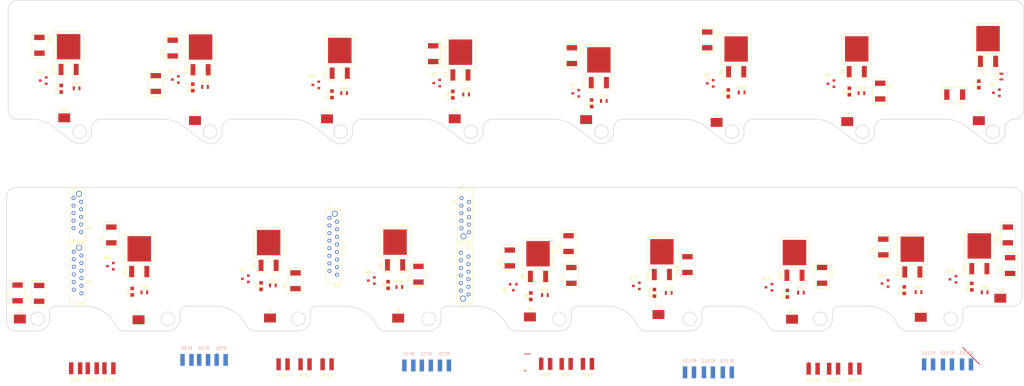
<source format=kicad_pcb>
(kicad_pcb (version 20171130) (host pcbnew 5.0.2-bee76a0~70~ubuntu16.04.1)
  (layers (0 F.Cu signal) (31 B.Cu signal) (34 B.Paste user) (35 F.Paste user) (36 B.SilkS user) (37 F.SilkS user) (38 B.Mask user) (39 F.Mask user) (44 Edge.Cuts user))
  (net 0 "")
  (net 1 /C5_T3)
  (net 2 /C9_T1)
  (net 3 /C9_T2)
  (net 4 /C13_T1)
  (net 5 /C13_T3)
  (net 6 /C9_T3)
  (net 7 /C13_T2)
  (net 8 /C1_T2)
  (net 9 /C5_T1)
  (net 10 /C1_T1)
  (net 11 /C5_T2)
  (net 12 /C1_T3)
  (net 13 /C15_T2)
  (net 14 /C11_T3)
  (net 15 /C15_T3)
  (net 16 /C15_T1)
  (net 17 /C11_T2)
  (net 18 /C11_T1)
  (net 19 /C7_T3)
  (net 20 /C3_T3)
  (net 21 /C7_T2)
  (net 22 /C3_T1)
  (net 23 /C7_T1)
  (net 24 /C3_T2)
  (net 25 "Net-(D1-Pad1)")
  (net 26 "Net-(D1-Pad2)")
  (net 27 "Net-(D2-Pad2)")
  (net 28 "Net-(D2-Pad1)")
  (net 29 "Net-(D3-Pad1)")
  (net 30 "Net-(D3-Pad2)")
  (net 31 "Net-(D4-Pad2)")
  (net 32 "Net-(D4-Pad1)")
  (net 33 "Net-(D5-Pad1)")
  (net 34 "Net-(D5-Pad2)")
  (net 35 "Net-(D6-Pad2)")
  (net 36 "Net-(D6-Pad1)")
  (net 37 "Net-(D7-Pad2)")
  (net 38 "Net-(D7-Pad1)")
  (net 39 "Net-(D8-Pad2)")
  (net 40 "Net-(D8-Pad1)")
  (net 41 "Net-(D9-Pad1)")
  (net 42 "Net-(D9-Pad2)")
  (net 43 "Net-(D10-Pad2)")
  (net 44 "Net-(D10-Pad1)")
  (net 45 "Net-(D11-Pad1)")
  (net 46 "Net-(D11-Pad2)")
  (net 47 "Net-(D12-Pad1)")
  (net 48 "Net-(D12-Pad2)")
  (net 49 "Net-(D13-Pad2)")
  (net 50 "Net-(D13-Pad1)")
  (net 51 "Net-(D14-Pad1)")
  (net 52 "Net-(D14-Pad2)")
  (net 53 "Net-(D15-Pad2)")
  (net 54 "Net-(D15-Pad1)")
  (net 55 "Net-(D16-Pad1)")
  (net 56 "Net-(D16-Pad2)")
  (net 57 /C0)
  (net 58 /C1)
  (net 59 /C2)
  (net 60 /C3)
  (net 61 /C4)
  (net 62 /C5)
  (net 63 /C6)
  (net 64 /C7)
  (net 65 /C8)
  (net 66 /C9)
  (net 67 /C10)
  (net 68 /C11)
  (net 69 /C12)
  (net 70 /C13)
  (net 71 /C14)
  (net 72 /C15)
  (net 73 /C16)
  (net 74 /V+1)
  (net 75 /V+2)
  (net 76 /V-1)
  (net 77 /V-2)
  (net 78 /Q12)
  (net 79 /Q14)
  (net 80 /Q16)
  (net 81 /Q10)
  (net 82 /Q15)
  (net 83 /Q13)
  (net 84 /Q11)
  (net 85 /Q9)
  (net 86 /Q8)
  (net 87 /Q7)
  (net 88 /Q6)
  (net 89 /Q5)
  (net 90 /Q4)
  (net 91 /Q3)
  (net 92 /Q2)
  (net 93 /Q1)
  (net 94 "Net-(R1-PadEP)")
  (net 95 "Net-(R2-PadEP)")
  (net 96 "Net-(R3-PadEP)")
  (net 97 "Net-(R4-PadEP)")
  (net 98 "Net-(R5-PadEP)")
  (net 99 "Net-(R6-PadEP)")
  (net 100 "Net-(R7-PadEP)")
  (net 101 "Net-(R8-PadEP)")
  (net 102 "Net-(R9-PadEP)")
  (net 103 "Net-(R10-PadEP)")
  (net 104 "Net-(R11-PadEP)")
  (net 105 "Net-(R12-PadEP)")
  (net 106 "Net-(R13-PadEP)")
  (net 107 "Net-(R14-PadEP)")
  (net 108 "Net-(R15-PadEP)")
  (net 109 "Net-(R16-PadEP)")
  (net 110 /GND1)
  (net 111 "Net-(F1-Pad1)")
  (net 112 "Net-(F2-Pad1)")
  (net 113 "Net-(F3-Pad1)")
  (net 114 "Net-(F4-Pad1)")
  (net 115 "Net-(F5-Pad1)")
  (net 116 "Net-(F6-Pad1)")
  (net 117 "Net-(F7-Pad1)")
  (net 118 "Net-(F9-Pad1)")
  (net 119 "Net-(F10-Pad1)")
  (net 120 "Net-(F11-Pad1)")
  (net 121 "Net-(F12-Pad1)")
  (net 122 "Net-(F13-Pad1)")
  (net 123 "Net-(F14-Pad1)")
  (net 124 "Net-(F15-Pad1)")
  (net 125 "Net-(F+1-Pad1)")
  (net 126 "Net-(F+2-Pad1)")
  (net 127 "Net-(F-1-Pad1)")
  (module footprints:Fuse_1812 (layer F.Cu) (at 357.6066 108.1532 180)
    (fp_text reference F1 (at 1 -3.5 180) (layer F.SilkS))
    (fp_text value 200mA_Fuse hide)
    (pad 1 smd rect (at 0 0 180) (size 1.78 3.5) (layers F.Cu F.Paste F.Mask) (net 111 "Net-(F1-Pad1)"))
    (pad 2 smd rect (at 5.28 0 180) (size 1.78 3.5) (layers F.Cu F.Paste F.Mask) (net 58 /C1))
  )
  (module footprints:Fuse_1812 (layer F.Cu) (at 72.517 157.861 90)
    (fp_text reference F2 (at 1 -3.5 90) (layer F.SilkS))
    (fp_text value 200mA_Fuse hide)
    (pad 1 smd rect (at 0 0 90) (size 1.78 3.5) (layers F.Cu F.Paste F.Mask) (net 112 "Net-(F2-Pad1)"))
    (pad 2 smd rect (at 5.28 0 90) (size 1.78 3.5) (layers F.Cu F.Paste F.Mask) (net 59 /C2))
  )
  (module footprints:Fuse_1812 (layer F.Cu) (at 330.0222 104.3432 270)
    (fp_text reference F3 (at 1 -3.5 270) (layer F.SilkS))
    (fp_text value 200mA_Fuse hide)
    (pad 1 smd rect (at 0 0 270) (size 1.78 3.5) (layers F.Cu F.Paste F.Mask) (net 113 "Net-(F3-Pad1)"))
    (pad 2 smd rect (at 5.28 0 270) (size 1.78 3.5) (layers F.Cu F.Paste F.Mask) (net 60 /C3))
  )
  (module footprints:Fuse_1812 (layer F.Cu) (at 134.1882 173.228 90)
    (fp_text reference F4 (at 1 -3.5 90) (layer F.SilkS))
    (fp_text value 200mA_Fuse hide)
    (pad 2 smd rect (at 5.28 0 90) (size 1.78 3.5) (layers F.Cu F.Paste F.Mask) (net 61 /C4))
    (pad 1 smd rect (at 0 0 90) (size 1.78 3.5) (layers F.Cu F.Paste F.Mask) (net 114 "Net-(F4-Pad1)"))
  )
  (module footprints:Fuse_1812 (layer F.Cu) (at 272.0848 87.1728 270)
    (fp_text reference F5 (at 1 -3.5 270) (layer F.SilkS))
    (fp_text value 200mA_Fuse hide)
    (pad 2 smd rect (at 5.28 0 270) (size 1.78 3.5) (layers F.Cu F.Paste F.Mask) (net 62 /C5))
    (pad 1 smd rect (at 0 0 270) (size 1.78 3.5) (layers F.Cu F.Paste F.Mask) (net 115 "Net-(F5-Pad1)"))
  )
  (module footprints:Fuse_1812 (layer F.Cu) (at 175.3616 171.0182 90)
    (fp_text reference F6 (at 1 -3.5 90) (layer F.SilkS))
    (fp_text value 200mA_Fuse hide)
    (pad 2 smd rect (at 5.28 0 90) (size 1.78 3.5) (layers F.Cu F.Paste F.Mask) (net 63 /C6))
    (pad 1 smd rect (at 0 0 90) (size 1.78 3.5) (layers F.Cu F.Paste F.Mask) (net 116 "Net-(F6-Pad1)"))
  )
  (module footprints:Fuse_1812 (layer F.Cu) (at 226.7458 92.456 270)
    (fp_text reference F7 (at 1 -3.5 270) (layer F.SilkS))
    (fp_text value 200mA_Fuse hide)
    (pad 2 smd rect (at 5.28 0 270) (size 1.78 3.5) (layers F.Cu F.Paste F.Mask) (net 64 /C7))
    (pad 1 smd rect (at 0 0 270) (size 1.78 3.5) (layers F.Cu F.Paste F.Mask) (net 117 "Net-(F7-Pad1)"))
  )
  (module footprints:Fuse_1812 (layer F.Cu) (at 205.9686 165.5826 90)
    (fp_text reference F8 (at 1 -3.5 90) (layer F.SilkS))
    (fp_text value 200mA_Fuse hide)
    (pad 1 smd rect (at 0 0 90) (size 1.78 3.5) (layers F.Cu F.Paste F.Mask) (net 125 "Net-(F+1-Pad1)"))
    (pad 2 smd rect (at 5.28 0 90) (size 1.78 3.5) (layers F.Cu F.Paste F.Mask) (net 65 /C8))
  )
  (module footprints:Fuse_1812 (layer F.Cu) (at 180.3146 91.7956 270)
    (fp_text reference F9 (at 1 -3.5 270) (layer F.SilkS))
    (fp_text value 200mA_Fuse hide)
    (pad 1 smd rect (at 0 0 270) (size 1.78 3.5) (layers F.Cu F.Paste F.Mask) (net 118 "Net-(F9-Pad1)"))
    (pad 2 smd rect (at 5.28 0 270) (size 1.78 3.5) (layers F.Cu F.Paste F.Mask) (net 66 /C9))
  )
  (module footprints:Fuse_1812 (layer F.Cu) (at 265.4554 167.7924 90)
    (fp_text reference F10 (at 1 -3.5 90) (layer F.SilkS))
    (fp_text value 200mA_Fuse hide)
    (pad 1 smd rect (at 0 0 90) (size 1.78 3.5) (layers F.Cu F.Paste F.Mask) (net 119 "Net-(F10-Pad1)"))
    (pad 2 smd rect (at 5.28 0 90) (size 1.78 3.5) (layers F.Cu F.Paste F.Mask) (net 67 /C10))
  )
  (module footprints:Fuse_1812 (layer F.Cu) (at 310.5404 166.116 270)
    (fp_text reference F11 (at 1 -3.5 270) (layer F.SilkS))
    (fp_text value 200mA_Fuse hide)
    (pad 2 smd rect (at 5.28 0 270) (size 1.78 3.5) (layers F.Cu F.Paste F.Mask) (net 68 /C11))
    (pad 1 smd rect (at 0 0 270) (size 1.78 3.5) (layers F.Cu F.Paste F.Mask) (net 120 "Net-(F11-Pad1)"))
  )
  (module footprints:Fuse_1812 (layer F.Cu) (at 93.0656 95.1992 90)
    (fp_text reference F12 (at 1 -3.5 90) (layer F.SilkS))
    (fp_text value 200mA_Fuse hide)
    (pad 1 smd rect (at 0 0 90) (size 1.78 3.5) (layers F.Cu F.Paste F.Mask) (net 121 "Net-(F12-Pad1)"))
    (pad 2 smd rect (at 5.28 0 90) (size 1.78 3.5) (layers F.Cu F.Paste F.Mask) (net 69 /C12))
  )
  (module footprints:Fuse_1812 (layer F.Cu) (at 87.4014 101.8032 270)
    (fp_text reference F13 (at 1 -3.5 270) (layer F.SilkS))
    (fp_text value 200mA_Fuse hide)
    (pad 2 smd rect (at 5.28 0 270) (size 1.78 3.5) (layers F.Cu F.Paste F.Mask) (net 70 /C13))
    (pad 1 smd rect (at 0 0 270) (size 1.78 3.5) (layers F.Cu F.Paste F.Mask) (net 122 "Net-(F13-Pad1)"))
  )
  (module footprints:Fuse_1812 (layer F.Cu) (at 331.0382 161.8996 90)
    (fp_text reference F14 (at 1 -3.5 90) (layer F.SilkS))
    (fp_text value 200mA_Fuse hide)
    (pad 2 smd rect (at 5.28 0 90) (size 1.78 3.5) (layers F.Cu F.Paste F.Mask) (net 71 /C14))
    (pad 1 smd rect (at 0 0 90) (size 1.78 3.5) (layers F.Cu F.Paste F.Mask) (net 123 "Net-(F14-Pad1)"))
  )
  (module footprints:Fuse_1812 (layer F.Cu) (at 48.4378 88.9762 270)
    (fp_text reference F15 (at 1 -3.5 270) (layer F.SilkS))
    (fp_text value 200mA_Fuse hide)
    (pad 1 smd rect (at 0 0 270) (size 1.78 3.5) (layers F.Cu F.Paste F.Mask) (net 124 "Net-(F15-Pad1)"))
    (pad 2 smd rect (at 5.28 0 270) (size 1.78 3.5) (layers F.Cu F.Paste F.Mask) (net 72 /C15))
  )
  (module footprints:Fuse_1812 (layer F.Cu) (at 372.7196 157.861 90)
    (fp_text reference F16 (at 1 -3.5 90) (layer F.SilkS))
    (fp_text value 200mA_Fuse hide)
    (pad 2 smd rect (at 5.28 0 90) (size 1.78 3.5) (layers F.Cu F.Paste F.Mask) (net 73 /C16))
    (pad 1 smd rect (at 0 0 90) (size 1.78 3.5) (layers F.Cu F.Paste F.Mask) (net 126 "Net-(F+2-Pad1)"))
  )
  (module footprints:Fuse_1812 (layer F.Cu) (at 225.6282 160.7566 90)
    (fp_text reference F+1 (at 1 -3.5 90) (layer F.SilkS))
    (fp_text value 200mA_Fuse hide)
    (pad 2 smd rect (at 5.28 0 90) (size 1.78 3.5) (layers F.Cu F.Paste F.Mask) (net 74 /V+1))
    (pad 1 smd rect (at 0 0 90) (size 1.78 3.5) (layers F.Cu F.Paste F.Mask) (net 125 "Net-(F+1-Pad1)"))
  )
  (module footprints:Fuse_1812 (layer F.Cu) (at 41.1226 177.292 90)
    (fp_text reference F-1 (at 1 -3.5 90) (layer F.SilkS))
    (fp_text value 200mA_Fuse hide)
    (pad 1 smd rect (at 0 0 90) (size 1.78 3.5) (layers F.Cu F.Paste F.Mask) (net 127 "Net-(F-1-Pad1)"))
    (pad 2 smd rect (at 5.28 0 90) (size 1.78 3.5) (layers F.Cu F.Paste F.Mask) (net 76 /V-1))
  )
  (module footprints:micromatch_female_vert_12 (layer F.Cu) (at 192.1002 170.0784 180)
    (fp_text reference J1 (at 2.286 -9.144 180) (layer F.SilkS))
    (fp_text value MM_M_VT_10 hide)
    (fp_text user 1 (at 0 -8.89 180) (layer F.SilkS))
    (fp_text user 12 (at 0 10.668 180) (layer F.SilkS))
    (pad 13 thru_hole circle (at 1.8 -6.48 180) (size 2 2) (drill 1.5) (layers *.Cu *.Mask))
    (pad 12 thru_hole circle (at 2.54 8.89 180) (size 1.3 1.3) (drill 0.8) (layers *.Cu *.Mask))
    (pad 11 thru_hole circle (at 0 7.62 180) (size 1.3 1.3) (drill 0.8) (layers *.Cu *.Mask))
    (pad 10 thru_hole circle (at 2.54 6.35 180) (size 1.3 1.3) (drill 0.8) (layers *.Cu *.Mask) (net 77 /V-2))
    (pad 9 thru_hole circle (at 0 5.08 180) (size 1.3 1.3) (drill 0.8) (layers *.Cu *.Mask) (net 57 /C0))
    (pad 8 thru_hole circle (at 2.54 3.81 180) (size 1.3 1.3) (drill 0.8) (layers *.Cu *.Mask) (net 58 /C1))
    (pad 6 thru_hole circle (at 2.54 1.27 180) (size 1.3 1.3) (drill 0.8) (layers *.Cu *.Mask) (net 8 /C1_T2))
    (pad 4 thru_hole circle (at 2.54 -1.27 180) (size 1.3 1.3) (drill 0.8) (layers *.Cu *.Mask) (net 60 /C3))
    (pad 2 thru_hole circle (at 2.54 -3.81 180) (size 1.3 1.3) (drill 0.8) (layers *.Cu *.Mask) (net 9 /C5_T1))
    (pad 7 thru_hole circle (at 0 2.54 180) (size 1.3 1.3) (drill 0.8) (layers *.Cu *.Mask) (net 10 /C1_T1))
    (pad 1 thru_hole circle (at 0 -5.08 180) (size 1.3 1.3) (drill 0.8) (layers *.Cu *.Mask) (net 11 /C5_T2))
    (pad 3 thru_hole circle (at 0 -2.54 180) (size 1.3 1.3) (drill 0.8) (layers *.Cu *.Mask) (net 62 /C5))
    (pad 5 thru_hole circle (at 0 0 180) (size 1.3 1.3) (drill 0.8) (layers *.Cu *.Mask) (net 12 /C1_T3))
  )
  (module footprints:micromatch_female_vert_10 (layer F.Cu) (at 192.278 149.1996 180)
    (fp_text reference J2 (at 5.08 5.08 180) (layer F.SilkS))
    (fp_text value MM_M_VT_12 hide)
    (fp_text user 1 (at 0 -8.89 180) (layer F.SilkS))
    (fp_text user 10 (at 2.54 10.16 180) (layer F.SilkS))
    (pad 11 thru_hole circle (at 1.8 -6.48 180) (size 2 2) (drill 1.5) (layers *.Cu *.Mask) (net 59 /C2))
    (pad 10 thru_hole circle (at 2.54 6.35 180) (size 1.3 1.3) (drill 0.8) (layers *.Cu *.Mask) (net 61 /C4))
    (pad 9 thru_hole circle (at 0 5.08 180) (size 1.3 1.3) (drill 0.8) (layers *.Cu *.Mask) (net 22 /C3_T1))
    (pad 8 thru_hole circle (at 2.54 3.81 180) (size 1.3 1.3) (drill 0.8) (layers *.Cu *.Mask) (net 24 /C3_T2))
    (pad 6 thru_hole circle (at 2.54 1.27 180) (size 1.3 1.3) (drill 0.8) (layers *.Cu *.Mask) (net 63 /C6))
    (pad 4 thru_hole circle (at 2.54 -1.27 180) (size 1.3 1.3) (drill 0.8) (layers *.Cu *.Mask) (net 76 /V-1))
    (pad 2 thru_hole circle (at 2.54 -3.81 180) (size 1.3 1.3) (drill 0.8) (layers *.Cu *.Mask) (net 23 /C7_T1))
    (pad 7 thru_hole circle (at 0 2.54 180) (size 1.3 1.3) (drill 0.8) (layers *.Cu *.Mask) (net 20 /C3_T3))
    (pad 1 thru_hole circle (at 0 -5.08 180) (size 1.3 1.3) (drill 0.8) (layers *.Cu *.Mask) (net 21 /C7_T2))
    (pad 3 thru_hole circle (at 0 -2.54 180) (size 1.3 1.3) (drill 0.8) (layers *.Cu *.Mask) (net 65 /C8))
    (pad 5 thru_hole circle (at 0 0 180) (size 1.3 1.3) (drill 0.8) (layers *.Cu *.Mask) (net 75 /V+2))
  )
  (module footprints:micromatch_female_vert_12 (layer F.Cu) (at 59.944 165.9128)
    (fp_text reference J3 (at 5.08 5.08) (layer F.SilkS))
    (fp_text value MM_M_VT_12 hide)
    (fp_text user 12 (at 2.54 12.7) (layer F.SilkS))
    (fp_text user 1 (at 0 -8.89) (layer F.SilkS))
    (pad 5 thru_hole circle (at 0 0) (size 1.3 1.3) (drill 0.8) (layers *.Cu *.Mask) (net 70 /C13))
    (pad 3 thru_hole circle (at 0 -2.54) (size 1.3 1.3) (drill 0.8) (layers *.Cu *.Mask) (net 7 /C13_T2))
    (pad 1 thru_hole circle (at 0 -5.08) (size 1.3 1.3) (drill 0.8) (layers *.Cu *.Mask) (net 72 /C15))
    (pad 7 thru_hole circle (at 0 2.54) (size 1.3 1.3) (drill 0.8) (layers *.Cu *.Mask) (net 6 /C9_T3))
    (pad 2 thru_hole circle (at 2.54 -3.81) (size 1.3 1.3) (drill 0.8) (layers *.Cu *.Mask) (net 5 /C13_T3))
    (pad 4 thru_hole circle (at 2.54 -1.27) (size 1.3 1.3) (drill 0.8) (layers *.Cu *.Mask) (net 4 /C13_T1))
    (pad 6 thru_hole circle (at 2.54 1.27) (size 1.3 1.3) (drill 0.8) (layers *.Cu *.Mask) (net 68 /C11))
    (pad 8 thru_hole circle (at 2.54 3.81) (size 1.3 1.3) (drill 0.8) (layers *.Cu *.Mask) (net 3 /C9_T2))
    (pad 9 thru_hole circle (at 0 5.08) (size 1.3 1.3) (drill 0.8) (layers *.Cu *.Mask) (net 2 /C9_T1))
    (pad 10 thru_hole circle (at 2.54 6.35) (size 1.3 1.3) (drill 0.8) (layers *.Cu *.Mask) (net 66 /C9))
    (pad 11 thru_hole circle (at 0 7.62) (size 1.3 1.3) (drill 0.8) (layers *.Cu *.Mask) (net 64 /C7))
    (pad 12 thru_hole circle (at 2.54 8.89) (size 1.3 1.3) (drill 0.8) (layers *.Cu *.Mask) (net 1 /C5_T3))
    (pad 13 thru_hole circle (at 1.8 -6.48) (size 2 2) (drill 1.5) (layers *.Cu *.Mask))
  )
  (module footprints:micromatch_female_vert_10 (layer F.Cu) (at 59.8678 147.9042)
    (fp_text reference J4 (at 5.08 5.08) (layer F.SilkS))
    (fp_text value MM_M_VT_12 hide)
    (fp_text user 10 (at 2.54 10.16) (layer F.SilkS))
    (fp_text user 1 (at 0 -8.89) (layer F.SilkS))
    (pad 5 thru_hole circle (at 0 0) (size 1.3 1.3) (drill 0.8) (layers *.Cu *.Mask) (net 74 /V+1))
    (pad 3 thru_hole circle (at 0 -2.54) (size 1.3 1.3) (drill 0.8) (layers *.Cu *.Mask) (net 16 /C15_T1))
    (pad 1 thru_hole circle (at 0 -5.08) (size 1.3 1.3) (drill 0.8) (layers *.Cu *.Mask) (net 15 /C15_T3))
    (pad 7 thru_hole circle (at 0 2.54) (size 1.3 1.3) (drill 0.8) (layers *.Cu *.Mask) (net 14 /C11_T3))
    (pad 2 thru_hole circle (at 2.54 -3.81) (size 1.3 1.3) (drill 0.8) (layers *.Cu *.Mask) (net 13 /C15_T2))
    (pad 4 thru_hole circle (at 2.54 -1.27) (size 1.3 1.3) (drill 0.8) (layers *.Cu *.Mask) (net 73 /C16))
    (pad 6 thru_hole circle (at 2.54 1.27) (size 1.3 1.3) (drill 0.8) (layers *.Cu *.Mask) (net 71 /C14))
    (pad 8 thru_hole circle (at 2.54 3.81) (size 1.3 1.3) (drill 0.8) (layers *.Cu *.Mask) (net 17 /C11_T2))
    (pad 9 thru_hole circle (at 0 5.08) (size 1.3 1.3) (drill 0.8) (layers *.Cu *.Mask) (net 18 /C11_T1))
    (pad 10 thru_hole circle (at 2.54 6.35) (size 1.3 1.3) (drill 0.8) (layers *.Cu *.Mask) (net 69 /C12))
    (pad 11 thru_hole circle (at 1.8 -6.48) (size 2 2) (drill 1.5) (layers *.Cu *.Mask) (net 67 /C10))
  )
  (module footprints:Thermistor (layer F.Cu) (at 60.5776 199.9234)
    (fp_text reference RT11 (at 0 3.81) (layer F.SilkS))
    (fp_text value Thermistor)
    (pad 1 smd rect (at -1.5 0) (size 1.5 4) (layers F.Cu F.Paste F.Mask) (net 10 /C1_T1))
    (pad 2 smd rect (at 1.5 0) (size 1.5 4) (layers F.Cu F.Paste F.Mask) (net 110 /GND1))
  )
  (module footprints:Thermistor (layer F.Cu) (at 66.1176 199.9234)
    (fp_text reference RT12 (at 0 3.81) (layer F.SilkS))
    (fp_text value Thermistor)
    (pad 2 smd rect (at 1.5 0) (size 1.5 4) (layers F.Cu F.Paste F.Mask) (net 110 /GND1))
    (pad 1 smd rect (at -1.5 0) (size 1.5 4) (layers F.Cu F.Paste F.Mask) (net 8 /C1_T2))
  )
  (module footprints:Thermistor (layer F.Cu) (at 71.7056 199.9234)
    (fp_text reference RT13 (at 0 3.81) (layer F.SilkS))
    (fp_text value Thermistor)
    (pad 1 smd rect (at -1.5 0) (size 1.5 4) (layers F.Cu F.Paste F.Mask) (net 12 /C1_T3))
    (pad 2 smd rect (at 1.5 0) (size 1.5 4) (layers F.Cu F.Paste F.Mask) (net 110 /GND1))
  )
  (module footprints:Thermistor (layer B.Cu) (at 109.2948 197.104)
    (fp_text reference RT31 (at 0 -3.81) (layer B.SilkS) (effects (justify mirror)))
    (fp_text value Thermistor)
    (pad 2 smd rect (at 1.5 0) (size 1.5 4) (layers B.Cu B.Paste B.Mask) (net 110 /GND1))
    (pad 1 smd rect (at -1.5 0) (size 1.5 4) (layers B.Cu B.Paste B.Mask) (net 22 /C3_T1))
  )
  (module footprints:Thermistor (layer B.Cu) (at 103.4288 197.104)
    (fp_text reference RT32 (at 0 -3.81) (layer B.SilkS) (effects (justify mirror)))
    (fp_text value Thermistor)
    (pad 1 smd rect (at -1.5 0) (size 1.5 4) (layers B.Cu B.Paste B.Mask) (net 24 /C3_T2))
    (pad 2 smd rect (at 1.5 0) (size 1.5 4) (layers B.Cu B.Paste B.Mask) (net 110 /GND1))
  )
  (module footprints:Thermistor (layer B.Cu) (at 97.8648 197.104)
    (fp_text reference RT33 (at 0 -3.81) (layer B.SilkS) (effects (justify mirror)))
    (fp_text value Thermistor)
    (pad 2 smd rect (at 1.5 0) (size 1.5 4) (layers B.Cu B.Paste B.Mask) (net 110 /GND1))
    (pad 1 smd rect (at -1.5 0) (size 1.5 4) (layers B.Cu B.Paste B.Mask) (net 20 /C3_T3))
  )
  (module footprints:Thermistor (layer F.Cu) (at 130.0226 198.5772)
    (fp_text reference RT51 (at 0 3.81) (layer F.SilkS))
    (fp_text value Thermistor)
    (pad 2 smd rect (at 1.5 0) (size 1.5 4) (layers F.Cu F.Paste F.Mask) (net 110 /GND1))
    (pad 1 smd rect (at -1.5 0) (size 1.5 4) (layers F.Cu F.Paste F.Mask) (net 9 /C5_T1))
  )
  (module footprints:Thermistor (layer F.Cu) (at 137.3886 198.5772)
    (fp_text reference RT52 (at 0 3.81) (layer F.SilkS))
    (fp_text value Thermistor)
    (pad 1 smd rect (at -1.5 0) (size 1.5 4) (layers F.Cu F.Paste F.Mask) (net 11 /C5_T2))
    (pad 2 smd rect (at 1.5 0) (size 1.5 4) (layers F.Cu F.Paste F.Mask) (net 110 /GND1))
  )
  (module footprints:Thermistor (layer F.Cu) (at 144.7786 198.5772)
    (fp_text reference RT53 (at 0 3.81) (layer F.SilkS))
    (fp_text value Thermistor)
    (pad 2 smd rect (at 1.5 0) (size 1.5 4) (layers F.Cu F.Paste F.Mask) (net 110 /GND1))
    (pad 1 smd rect (at -1.5 0) (size 1.5 4) (layers F.Cu F.Paste F.Mask) (net 1 /C5_T3))
  )
  (module footprints:Thermistor (layer B.Cu) (at 172.157979 198.984263)
    (fp_text reference RT71 (at 0 -3.81) (layer B.SilkS) (effects (justify mirror)))
    (fp_text value Thermistor)
    (pad 1 smd rect (at -1.5 0) (size 1.5 4) (layers B.Cu B.Paste B.Mask) (net 23 /C7_T1))
    (pad 2 smd rect (at 1.5 0) (size 1.5 4) (layers B.Cu B.Paste B.Mask) (net 110 /GND1))
  )
  (module footprints:Thermistor (layer B.Cu) (at 177.999979 198.984263)
    (fp_text reference RT72 (at 0 -3.81) (layer B.SilkS) (effects (justify mirror)))
    (fp_text value Thermistor)
    (pad 2 smd rect (at 1.5 0) (size 1.5 4) (layers B.Cu B.Paste B.Mask) (net 110 /GND1))
    (pad 1 smd rect (at -1.5 0) (size 1.5 4) (layers B.Cu B.Paste B.Mask) (net 21 /C7_T2))
  )
  (module footprints:Thermistor (layer B.Cu) (at 184.071979 198.984263)
    (fp_text reference RT73 (at 0 -3.81) (layer B.SilkS) (effects (justify mirror)))
    (fp_text value Thermistor)
    (pad 1 smd rect (at -1.5 0) (size 1.5 4) (layers B.Cu B.Paste B.Mask) (net 19 /C7_T3))
    (pad 2 smd rect (at 1.5 0) (size 1.5 4) (layers B.Cu B.Paste B.Mask) (net 110 /GND1))
  )
  (module footprints:Thermistor (layer F.Cu) (at 217.9828 198.4502)
    (fp_text reference RT91 (at 0 3.81) (layer F.SilkS))
    (fp_text value Thermistor)
    (pad 1 smd rect (at -1.5 0) (size 1.5 4) (layers F.Cu F.Paste F.Mask) (net 2 /C9_T1))
    (pad 2 smd rect (at 1.5 0) (size 1.5 4) (layers F.Cu F.Paste F.Mask) (net 110 /GND1))
  )
  (module footprints:Thermistor (layer F.Cu) (at 224.8408 198.4502)
    (fp_text reference RT92 (at 0 3.81) (layer F.SilkS))
    (fp_text value Thermistor)
    (pad 2 smd rect (at 1.5 0) (size 1.5 4) (layers F.Cu F.Paste F.Mask) (net 110 /GND1))
    (pad 1 smd rect (at -1.5 0) (size 1.5 4) (layers F.Cu F.Paste F.Mask) (net 3 /C9_T2))
  )
  (module footprints:Thermistor (layer F.Cu) (at 231.9528 198.4502)
    (fp_text reference RT93 (at 0 3.81) (layer F.SilkS))
    (fp_text value Thermistor)
    (pad 1 smd rect (at -1.5 0) (size 1.5 4) (layers F.Cu F.Paste F.Mask) (net 6 /C9_T3))
    (pad 2 smd rect (at 1.5 0) (size 1.5 4) (layers F.Cu F.Paste F.Mask) (net 110 /GND1))
  )
  (module footprints:Thermistor (layer B.Cu) (at 266.139333 201.27941)
    (fp_text reference RT111 (at 0 -3.81) (layer B.SilkS) (effects (justify mirror)))
    (fp_text value Thermistor)
    (pad 2 smd rect (at 1.5 0) (size 1.5 4) (layers B.Cu B.Paste B.Mask) (net 110 /GND1))
    (pad 1 smd rect (at -1.5 0) (size 1.5 4) (layers B.Cu B.Paste B.Mask) (net 18 /C11_T1))
  )
  (module footprints:Thermistor (layer B.Cu) (at 272.465333 201.27941)
    (fp_text reference RT112 (at 0 -3.81) (layer B.SilkS) (effects (justify mirror)))
    (fp_text value Thermistor)
    (pad 1 smd rect (at -1.5 0) (size 1.5 4) (layers B.Cu B.Paste B.Mask) (net 17 /C11_T2))
    (pad 2 smd rect (at 1.5 0) (size 1.5 4) (layers B.Cu B.Paste B.Mask) (net 110 /GND1))
  )
  (module footprints:Thermistor (layer B.Cu) (at 278.791333 201.27941)
    (fp_text reference RT113 (at 0 -3.81) (layer B.SilkS) (effects (justify mirror)))
    (fp_text value Thermistor)
    (pad 2 smd rect (at 1.5 0) (size 1.5 4) (layers B.Cu B.Paste B.Mask) (net 110 /GND1))
    (pad 1 smd rect (at -1.5 0) (size 1.5 4) (layers B.Cu B.Paste B.Mask) (net 14 /C11_T3))
  )
  (module footprints:Thermistor (layer F.Cu) (at 307.5432 200.0758)
    (fp_text reference RT131 (at 0 3.81) (layer F.SilkS))
    (fp_text value Thermistor)
    (pad 2 smd rect (at 1.5 0) (size 1.5 4) (layers F.Cu F.Paste F.Mask) (net 110 /GND1))
    (pad 1 smd rect (at -1.5 0) (size 1.5 4) (layers F.Cu F.Paste F.Mask) (net 4 /C13_T1))
  )
  (module footprints:Thermistor (layer F.Cu) (at 314.4012 200.0758)
    (fp_text reference RT132 (at 0 3.81) (layer F.SilkS))
    (fp_text value Thermistor)
    (pad 1 smd rect (at -1.5 0) (size 1.5 4) (layers F.Cu F.Paste F.Mask) (net 7 /C13_T2))
    (pad 2 smd rect (at 1.5 0) (size 1.5 4) (layers F.Cu F.Paste F.Mask) (net 110 /GND1))
  )
  (module footprints:Thermistor (layer F.Cu) (at 321.5372 200.0758)
    (fp_text reference RT133 (at 0 3.81) (layer F.SilkS))
    (fp_text value Thermistor)
    (pad 2 smd rect (at 1.5 0) (size 1.5 4) (layers F.Cu F.Paste F.Mask) (net 110 /GND1))
    (pad 1 smd rect (at -1.5 0) (size 1.5 4) (layers F.Cu F.Paste F.Mask) (net 5 /C13_T3))
  )
  (module footprints:Thermistor (layer B.Cu) (at 346.210077 198.61905)
    (fp_text reference RT151 (at 0 -3.81) (layer B.SilkS) (effects (justify mirror)))
    (fp_text value Thermistor)
    (pad 1 smd rect (at -1.5 0) (size 1.5 4) (layers B.Cu B.Paste B.Mask) (net 16 /C15_T1))
    (pad 2 smd rect (at 1.5 0) (size 1.5 4) (layers B.Cu B.Paste B.Mask) (net 110 /GND1))
  )
  (module footprints:Thermistor (layer B.Cu) (at 352.512077 198.61905)
    (fp_text reference RT152 (at 0 -3.81) (layer B.SilkS) (effects (justify mirror)))
    (fp_text value Thermistor)
    (pad 2 smd rect (at 1.5 0) (size 1.5 4) (layers B.Cu B.Paste B.Mask) (net 110 /GND1))
    (pad 1 smd rect (at -1.5 0) (size 1.5 4) (layers B.Cu B.Paste B.Mask) (net 13 /C15_T2))
  )
  (module footprints:Thermistor (layer B.Cu) (at 358.910077 198.61905)
    (fp_text reference RT153 (at 0 -3.81) (layer B.SilkS) (effects (justify mirror)))
    (fp_text value Thermistor)
    (pad 1 smd rect (at -1.5 0) (size 1.5 4) (layers B.Cu B.Paste B.Mask) (net 15 /C15_T3))
    (pad 2 smd rect (at 1.5 0) (size 1.5 4) (layers B.Cu B.Paste B.Mask) (net 110 /GND1))
  )
  (module footprints:LED_0805_OEM (layer F.Cu) (at 363.0422 104.7496 90)
    (fp_text reference D1 (at 0 -1.45 90) (layer F.SilkS))
    (fp_text value LED_0805 hide)
    (pad 1 smd rect (at -1.1 0 270) (size 1.2 1.2) (layers F.Cu F.Paste F.Mask) (net 25 "Net-(D1-Pad1)"))
    (pad 2 smd rect (at 1.1 0 270) (size 1.2 1.2) (layers F.Cu F.Paste F.Mask) (net 26 "Net-(D1-Pad2)"))
  )
  (module footprints:LED_0805_OEM (layer F.Cu) (at 79.502 174.2264 90)
    (fp_text reference D2 (at 0 -1.45 90) (layer F.SilkS))
    (fp_text value LED_0805 hide)
    (pad 2 smd rect (at 1.1 0 270) (size 1.2 1.2) (layers F.Cu F.Paste F.Mask) (net 27 "Net-(D2-Pad2)"))
    (pad 1 smd rect (at -1.1 0 270) (size 1.2 1.2) (layers F.Cu F.Paste F.Mask) (net 28 "Net-(D2-Pad1)"))
  )
  (module footprints:LED_0805_OEM (layer F.Cu) (at 319.6844 107.1118 90)
    (fp_text reference D3 (at 0 -1.45 90) (layer F.SilkS))
    (fp_text value LED_0805 hide)
    (pad 1 smd rect (at -1.1 0 270) (size 1.2 1.2) (layers F.Cu F.Paste F.Mask) (net 29 "Net-(D3-Pad1)"))
    (pad 2 smd rect (at 1.1 0 270) (size 1.2 1.2) (layers F.Cu F.Paste F.Mask) (net 30 "Net-(D3-Pad2)"))
  )
  (module footprints:LED_0805_OEM (layer F.Cu) (at 122.6566 172.3722 90)
    (fp_text reference D4 (at 0 -1.45 90) (layer F.SilkS))
    (fp_text value LED_0805 hide)
    (pad 2 smd rect (at 1.1 0 270) (size 1.2 1.2) (layers F.Cu F.Paste F.Mask) (net 31 "Net-(D4-Pad2)"))
    (pad 1 smd rect (at -1.1 0 270) (size 1.2 1.2) (layers F.Cu F.Paste F.Mask) (net 32 "Net-(D4-Pad1)"))
  )
  (module footprints:LED_0805_OEM (layer F.Cu) (at 279.146 107.696 90)
    (fp_text reference D5 (at 0 -1.45 90) (layer F.SilkS))
    (fp_text value LED_0805 hide)
    (pad 1 smd rect (at -1.1 0 270) (size 1.2 1.2) (layers F.Cu F.Paste F.Mask) (net 33 "Net-(D5-Pad1)"))
    (pad 2 smd rect (at 1.1 0 270) (size 1.2 1.2) (layers F.Cu F.Paste F.Mask) (net 34 "Net-(D5-Pad2)"))
  )
  (module footprints:LED_0805_OEM (layer F.Cu) (at 165.2016 171.9912 90)
    (fp_text reference D6 (at 0 -1.45 90) (layer F.SilkS))
    (fp_text value LED_0805 hide)
    (pad 2 smd rect (at 1.1 0 270) (size 1.2 1.2) (layers F.Cu F.Paste F.Mask) (net 35 "Net-(D6-Pad2)"))
    (pad 1 smd rect (at -1.1 0 270) (size 1.2 1.2) (layers F.Cu F.Paste F.Mask) (net 36 "Net-(D6-Pad1)"))
  )
  (module footprints:LED_0805_OEM (layer F.Cu) (at 233.3498 111.041 90)
    (fp_text reference D7 (at 0 -1.45 90) (layer F.SilkS))
    (fp_text value LED_0805 hide)
    (pad 2 smd rect (at 1.1 0 270) (size 1.2 1.2) (layers F.Cu F.Paste F.Mask) (net 37 "Net-(D7-Pad2)"))
    (pad 1 smd rect (at -1.1 0 270) (size 1.2 1.2) (layers F.Cu F.Paste F.Mask) (net 38 "Net-(D7-Pad1)"))
  )
  (module footprints:LED_0805_OEM (layer F.Cu) (at 213.0044 175.7758 90)
    (fp_text reference D8 (at 0 -1.45 90) (layer F.SilkS))
    (fp_text value LED_0805 hide)
    (pad 2 smd rect (at 1.1 0 270) (size 1.2 1.2) (layers F.Cu F.Paste F.Mask) (net 39 "Net-(D8-Pad2)"))
    (pad 1 smd rect (at -1.1 0 270) (size 1.2 1.2) (layers F.Cu F.Paste F.Mask) (net 40 "Net-(D8-Pad1)"))
  )
  (module footprints:LED_0805_OEM (layer F.Cu) (at 186.8932 108.161 90)
    (fp_text reference D9 (at 0 -1.45 90) (layer F.SilkS))
    (fp_text value LED_0805 hide)
    (pad 1 smd rect (at -1.1 0 270) (size 1.2 1.2) (layers F.Cu F.Paste F.Mask) (net 41 "Net-(D9-Pad1)"))
    (pad 2 smd rect (at 1.1 0 270) (size 1.2 1.2) (layers F.Cu F.Paste F.Mask) (net 42 "Net-(D9-Pad2)"))
  )
  (module footprints:LED_0805_OEM (layer F.Cu) (at 254.4064 174.6328 90)
    (fp_text reference D10 (at 0 -1.45 90) (layer F.SilkS))
    (fp_text value LED_0805 hide)
    (pad 2 smd rect (at 1.1 0 270) (size 1.2 1.2) (layers F.Cu F.Paste F.Mask) (net 43 "Net-(D10-Pad2)"))
    (pad 1 smd rect (at -1.1 0 270) (size 1.2 1.2) (layers F.Cu F.Paste F.Mask) (net 44 "Net-(D10-Pad1)"))
  )
  (module footprints:LED_0805_OEM (layer F.Cu) (at 146.4056 108.077 90)
    (fp_text reference D11 (at 0 -1.45 90) (layer F.SilkS))
    (fp_text value LED_0805 hide)
    (pad 1 smd rect (at -1.1 0 270) (size 1.2 1.2) (layers F.Cu F.Paste F.Mask) (net 45 "Net-(D11-Pad1)"))
    (pad 2 smd rect (at 1.1 0 270) (size 1.2 1.2) (layers F.Cu F.Paste F.Mask) (net 46 "Net-(D11-Pad2)"))
  )
  (module footprints:LED_0805_OEM (layer F.Cu) (at 298.9326 174.922 90)
    (fp_text reference D12 (at 0 -1.45 90) (layer F.SilkS))
    (fp_text value LED_0805 hide)
    (pad 1 smd rect (at -1.1 0 270) (size 1.2 1.2) (layers F.Cu F.Paste F.Mask) (net 47 "Net-(D12-Pad1)"))
    (pad 2 smd rect (at 1.1 0 270) (size 1.2 1.2) (layers F.Cu F.Paste F.Mask) (net 48 "Net-(D12-Pad2)"))
  )
  (module footprints:LED_0805_OEM (layer F.Cu) (at 99.822 105.7402 90)
    (fp_text reference D13 (at 0 -1.45 90) (layer F.SilkS))
    (fp_text value LED_0805 hide)
    (pad 2 smd rect (at 1.1 0 270) (size 1.2 1.2) (layers F.Cu F.Paste F.Mask) (net 49 "Net-(D13-Pad2)"))
    (pad 1 smd rect (at -1.1 0 270) (size 1.2 1.2) (layers F.Cu F.Paste F.Mask) (net 50 "Net-(D13-Pad1)"))
  )
  (module footprints:LED_0805_OEM (layer F.Cu) (at 338.0486 173.7282 90)
    (fp_text reference D14 (at 0 -1.45 90) (layer F.SilkS))
    (fp_text value LED_0805 hide)
    (pad 1 smd rect (at -1.1 0 270) (size 1.2 1.2) (layers F.Cu F.Paste F.Mask) (net 51 "Net-(D14-Pad1)"))
    (pad 2 smd rect (at 1.1 0 270) (size 1.2 1.2) (layers F.Cu F.Paste F.Mask) (net 52 "Net-(D14-Pad2)"))
  )
  (module footprints:LED_0805_OEM (layer F.Cu) (at 55.7276 106.1896 90)
    (fp_text reference D15 (at 0 -1.45 90) (layer F.SilkS))
    (fp_text value LED_0805 hide)
    (pad 2 smd rect (at 1.1 0 270) (size 1.2 1.2) (layers F.Cu F.Paste F.Mask) (net 53 "Net-(D15-Pad2)"))
    (pad 1 smd rect (at -1.1 0 270) (size 1.2 1.2) (layers F.Cu F.Paste F.Mask) (net 54 "Net-(D15-Pad1)"))
  )
  (module footprints:LED_0805_OEM (layer F.Cu) (at 360.68 172.5422 90)
    (fp_text reference D16 (at 0 -1.45 90) (layer F.SilkS))
    (fp_text value LED_0805 hide)
    (pad 1 smd rect (at -1.1 0 270) (size 1.2 1.2) (layers F.Cu F.Paste F.Mask) (net 55 "Net-(D16-Pad1)"))
    (pad 2 smd rect (at 1.1 0 270) (size 1.2 1.2) (layers F.Cu F.Paste F.Mask) (net 56 "Net-(D16-Pad2)"))
  )
  (module footprints:Fuse_1812 (layer F.Cu) (at 48.3362 177.4444 90)
    (fp_text reference F0 (at 1 -3.5 90) (layer F.SilkS))
    (fp_text value 200mA_Fuse hide)
    (pad 2 smd rect (at 5.28 0 90) (size 1.78 3.5) (layers F.Cu F.Paste F.Mask) (net 57 /C0))
    (pad 1 smd rect (at 0 0 90) (size 1.78 3.5) (layers F.Cu F.Paste F.Mask) (net 127 "Net-(F-1-Pad1)"))
  )
  (module footprints:Fuse_1812 (layer F.Cu) (at 373.507 168.1194 90)
    (fp_text reference F+2 (at 1 -3.5 90) (layer F.SilkS))
    (fp_text value 200mA_Fuse hide)
    (pad 1 smd rect (at 0 0 90) (size 1.78 3.5) (layers F.Cu F.Paste F.Mask) (net 126 "Net-(F+2-Pad1)"))
    (pad 2 smd rect (at 5.28 0 90) (size 1.78 3.5) (layers F.Cu F.Paste F.Mask) (net 75 /V+2))
  )
  (module footprints:Fuse_1812 (layer F.Cu) (at 226.568 171.4246 90)
    (fp_text reference F-2 (at 1 -3.5 90) (layer F.SilkS))
    (fp_text value 200mA_Fuse hide)
    (pad 2 smd rect (at 5.28 0 90) (size 1.78 3.5) (layers F.Cu F.Paste F.Mask) (net 77 /V-2))
    (pad 1 smd rect (at 0 0 90) (size 1.78 3.5) (layers F.Cu F.Paste F.Mask) (net 125 "Net-(F+1-Pad1)"))
  )
  (module footprints:micromatch_female_vert_16 (layer F.Cu) (at 145.542 154.5844)
    (fp_text reference J5 (at 5.08 5.08) (layer F.SilkS))
    (fp_text value MM_M_VT_16 hide)
    (fp_text user 16 (at 2.54 17.78) (layer F.SilkS))
    (fp_text user 1 (at 0 -8.89) (layer F.SilkS))
    (pad 5 thru_hole circle (at 0 0) (size 1.3 1.3) (drill 0.8) (layers *.Cu *.Mask) (net 78 /Q12))
    (pad 3 thru_hole circle (at 0 -2.54) (size 1.3 1.3) (drill 0.8) (layers *.Cu *.Mask) (net 79 /Q14))
    (pad 1 thru_hole circle (at 0 -5.08) (size 1.3 1.3) (drill 0.8) (layers *.Cu *.Mask) (net 80 /Q16))
    (pad 7 thru_hole circle (at 0 2.54) (size 1.3 1.3) (drill 0.8) (layers *.Cu *.Mask) (net 81 /Q10))
    (pad 2 thru_hole circle (at 2.54 -3.81) (size 1.3 1.3) (drill 0.8) (layers *.Cu *.Mask) (net 82 /Q15))
    (pad 4 thru_hole circle (at 2.54 -1.27) (size 1.3 1.3) (drill 0.8) (layers *.Cu *.Mask) (net 83 /Q13))
    (pad 6 thru_hole circle (at 2.54 1.27) (size 1.3 1.3) (drill 0.8) (layers *.Cu *.Mask) (net 84 /Q11))
    (pad 8 thru_hole circle (at 2.54 3.81) (size 1.3 1.3) (drill 0.8) (layers *.Cu *.Mask) (net 85 /Q9))
    (pad 9 thru_hole circle (at 0 5.08) (size 1.3 1.3) (drill 0.8) (layers *.Cu *.Mask) (net 86 /Q8))
    (pad 10 thru_hole circle (at 2.54 6.35) (size 1.3 1.3) (drill 0.8) (layers *.Cu *.Mask) (net 87 /Q7))
    (pad 11 thru_hole circle (at 0 7.62) (size 1.3 1.3) (drill 0.8) (layers *.Cu *.Mask) (net 88 /Q6))
    (pad 12 thru_hole circle (at 2.54 8.89) (size 1.3 1.3) (drill 0.8) (layers *.Cu *.Mask) (net 89 /Q5))
    (pad 13 thru_hole circle (at 0 10.16) (size 1.3 1.3) (drill 0.8) (layers *.Cu *.Mask) (net 90 /Q4))
    (pad 14 thru_hole circle (at 2.54 11.43) (size 1.3 1.3) (drill 0.8) (layers *.Cu *.Mask) (net 91 /Q3))
    (pad 15 thru_hole circle (at 0 12.7) (size 1.3 1.3) (drill 0.8) (layers *.Cu *.Mask) (net 92 /Q2))
    (pad 16 thru_hole circle (at 2.54 13.97) (size 1.3 1.3) (drill 0.8) (layers *.Cu *.Mask) (net 93 /Q1))
    (pad 17 thru_hole circle (at 1.8 -6.48) (size 2 2) (drill 1.5) (layers *.Cu *.Mask))
  )
  (module footprints:SOT-23-3_OEM (layer F.Cu) (at 367.919 107.5436)
    (fp_text reference Q1 (at 0 -2.9) (layer F.SilkS))
    (fp_text value BSS308PE hide)
    (pad 3 smd rect (at 2 -1.05) (size 0.9 0.8) (layers F.Cu F.Paste F.Mask) (net 26 "Net-(D1-Pad2)"))
    (pad 2 smd rect (at 2 1.05) (size 0.9 0.8) (layers F.Cu F.Paste F.Mask) (net 111 "Net-(F1-Pad1)"))
    (pad 1 smd rect (at 0 0) (size 0.9 0.8) (layers F.Cu F.Paste F.Mask) (net 93 /Q1))
  )
  (module footprints:SOT-23-3_OEM (layer F.Cu) (at 71.1962 165.6842)
    (fp_text reference Q2 (at 0 -2.9) (layer F.SilkS))
    (fp_text value BSS308PE hide)
    (pad 1 smd rect (at 0 0) (size 0.9 0.8) (layers F.Cu F.Paste F.Mask) (net 92 /Q2))
    (pad 2 smd rect (at 2 1.05) (size 0.9 0.8) (layers F.Cu F.Paste F.Mask) (net 112 "Net-(F2-Pad1)"))
    (pad 3 smd rect (at 2 -1.05) (size 0.9 0.8) (layers F.Cu F.Paste F.Mask) (net 27 "Net-(D2-Pad2)"))
  )
  (module footprints:SOT-23-3_OEM (layer F.Cu) (at 312.4962 104.4956)
    (fp_text reference Q3 (at 0 -2.9) (layer F.SilkS))
    (fp_text value BSS308PE hide)
    (pad 1 smd rect (at 0 0) (size 0.9 0.8) (layers F.Cu F.Paste F.Mask) (net 91 /Q3))
    (pad 2 smd rect (at 2 1.05) (size 0.9 0.8) (layers F.Cu F.Paste F.Mask) (net 113 "Net-(F3-Pad1)"))
    (pad 3 smd rect (at 2 -1.05) (size 0.9 0.8) (layers F.Cu F.Paste F.Mask) (net 30 "Net-(D3-Pad2)"))
  )
  (module footprints:SOT-23-3_OEM (layer F.Cu) (at 116.4082 169.9006)
    (fp_text reference Q4 (at 0 -2.9) (layer F.SilkS))
    (fp_text value BSS308PE hide)
    (pad 1 smd rect (at 0 0) (size 0.9 0.8) (layers F.Cu F.Paste F.Mask) (net 90 /Q4))
    (pad 2 smd rect (at 2 1.05) (size 0.9 0.8) (layers F.Cu F.Paste F.Mask) (net 114 "Net-(F4-Pad1)"))
    (pad 3 smd rect (at 2 -1.05) (size 0.9 0.8) (layers F.Cu F.Paste F.Mask) (net 31 "Net-(D4-Pad2)"))
  )
  (module footprints:SOT-23-3_OEM (layer F.Cu) (at 272.0848 104.394)
    (fp_text reference Q5 (at 0 -2.9) (layer F.SilkS))
    (fp_text value BSS308PE hide)
    (pad 1 smd rect (at 0 0) (size 0.9 0.8) (layers F.Cu F.Paste F.Mask) (net 89 /Q5))
    (pad 2 smd rect (at 2 1.05) (size 0.9 0.8) (layers F.Cu F.Paste F.Mask) (net 115 "Net-(F5-Pad1)"))
    (pad 3 smd rect (at 2 -1.05) (size 0.9 0.8) (layers F.Cu F.Paste F.Mask) (net 34 "Net-(D5-Pad2)"))
  )
  (module footprints:SOT-23-3_OEM (layer F.Cu) (at 158.5976 170.5102)
    (fp_text reference Q6 (at 0 -2.9) (layer F.SilkS))
    (fp_text value BSS308PE hide)
    (pad 3 smd rect (at 2 -1.05) (size 0.9 0.8) (layers F.Cu F.Paste F.Mask) (net 35 "Net-(D6-Pad2)"))
    (pad 2 smd rect (at 2 1.05) (size 0.9 0.8) (layers F.Cu F.Paste F.Mask) (net 116 "Net-(F6-Pad1)"))
    (pad 1 smd rect (at 0 0) (size 0.9 0.8) (layers F.Cu F.Paste F.Mask) (net 88 /Q6))
  )
  (module footprints:SOT-23-3_OEM (layer F.Cu) (at 227.0506 107.7214)
    (fp_text reference Q7 (at 0 -2.9) (layer F.SilkS))
    (fp_text value BSS308PE hide)
    (pad 3 smd rect (at 2 -1.05) (size 0.9 0.8) (layers F.Cu F.Paste F.Mask) (net 37 "Net-(D7-Pad2)"))
    (pad 2 smd rect (at 2 1.05) (size 0.9 0.8) (layers F.Cu F.Paste F.Mask) (net 117 "Net-(F7-Pad1)"))
    (pad 1 smd rect (at 0 0) (size 0.9 0.8) (layers F.Cu F.Paste F.Mask) (net 87 /Q7))
  )
  (module footprints:SOT-23-3_OEM (layer F.Cu) (at 207.137 173.7614 90)
    (fp_text reference Q8 (at 0 -2.9 90) (layer F.SilkS))
    (fp_text value BSS308PE hide)
    (pad 3 smd rect (at 2 -1.05 90) (size 0.9 0.8) (layers F.Cu F.Paste F.Mask) (net 39 "Net-(D8-Pad2)"))
    (pad 2 smd rect (at 2 1.05 90) (size 0.9 0.8) (layers F.Cu F.Paste F.Mask) (net 125 "Net-(F+1-Pad1)"))
    (pad 1 smd rect (at 0 0 90) (size 0.9 0.8) (layers F.Cu F.Paste F.Mask) (net 86 /Q8))
  )
  (module footprints:SOT-23-3_OEM (layer F.Cu) (at 180.4924 104.2924)
    (fp_text reference Q9 (at 0 -2.9) (layer F.SilkS))
    (fp_text value BSS308PE hide)
    (pad 3 smd rect (at 2 -1.05) (size 0.9 0.8) (layers F.Cu F.Paste F.Mask) (net 42 "Net-(D9-Pad2)"))
    (pad 2 smd rect (at 2 1.05) (size 0.9 0.8) (layers F.Cu F.Paste F.Mask) (net 118 "Net-(F9-Pad1)"))
    (pad 1 smd rect (at 0 0) (size 0.9 0.8) (layers F.Cu F.Paste F.Mask) (net 85 /Q9))
  )
  (module footprints:SOT-23-3_OEM (layer F.Cu) (at 247.3452 172.3136)
    (fp_text reference Q10 (at 0 -2.9) (layer F.SilkS))
    (fp_text value BSS308PE hide)
    (pad 3 smd rect (at 2 -1.05) (size 0.9 0.8) (layers F.Cu F.Paste F.Mask) (net 43 "Net-(D10-Pad2)"))
    (pad 2 smd rect (at 2 1.05) (size 0.9 0.8) (layers F.Cu F.Paste F.Mask) (net 119 "Net-(F10-Pad1)"))
    (pad 1 smd rect (at 0 0) (size 0.9 0.8) (layers F.Cu F.Paste F.Mask) (net 81 /Q10))
  )
  (module footprints:SOT-23-3_OEM (layer F.Cu) (at 140.0048 104.902)
    (fp_text reference Q11 (at 0 -2.9) (layer F.SilkS))
    (fp_text value BSS308PE hide)
    (pad 1 smd rect (at 0 0) (size 0.9 0.8) (layers F.Cu F.Paste F.Mask) (net 84 /Q11))
    (pad 2 smd rect (at 2 1.05) (size 0.9 0.8) (layers F.Cu F.Paste F.Mask) (net 120 "Net-(F11-Pad1)"))
    (pad 3 smd rect (at 2 -1.05) (size 0.9 0.8) (layers F.Cu F.Paste F.Mask) (net 46 "Net-(D11-Pad2)"))
  )
  (module footprints:SOT-23-3_OEM (layer F.Cu) (at 291.7698 172.7708)
    (fp_text reference Q12 (at 0 -2.9) (layer F.SilkS))
    (fp_text value BSS308PE hide)
    (pad 1 smd rect (at 0 0) (size 0.9 0.8) (layers F.Cu F.Paste F.Mask) (net 78 /Q12))
    (pad 2 smd rect (at 2 1.05) (size 0.9 0.8) (layers F.Cu F.Paste F.Mask) (net 121 "Net-(F12-Pad1)"))
    (pad 3 smd rect (at 2 -1.05) (size 0.9 0.8) (layers F.Cu F.Paste F.Mask) (net 48 "Net-(D12-Pad2)"))
  )
  (module footprints:SOT-23-3_OEM (layer F.Cu) (at 92.964 103.0986)
    (fp_text reference Q13 (at 0 -2.9) (layer F.SilkS))
    (fp_text value BSS308PE hide)
    (pad 3 smd rect (at 2 -1.05) (size 0.9 0.8) (layers F.Cu F.Paste F.Mask) (net 49 "Net-(D13-Pad2)"))
    (pad 2 smd rect (at 2 1.05) (size 0.9 0.8) (layers F.Cu F.Paste F.Mask) (net 122 "Net-(F13-Pad1)"))
    (pad 1 smd rect (at 0 0) (size 0.9 0.8) (layers F.Cu F.Paste F.Mask) (net 83 /Q13))
  )
  (module footprints:SOT-23-3_OEM (layer F.Cu) (at 330.6318 171.5008)
    (fp_text reference Q14 (at 0 -2.9) (layer F.SilkS))
    (fp_text value BSS308PE hide)
    (pad 1 smd rect (at 0 0) (size 0.9 0.8) (layers F.Cu F.Paste F.Mask) (net 79 /Q14))
    (pad 2 smd rect (at 2 1.05) (size 0.9 0.8) (layers F.Cu F.Paste F.Mask) (net 123 "Net-(F14-Pad1)"))
    (pad 3 smd rect (at 2 -1.05) (size 0.9 0.8) (layers F.Cu F.Paste F.Mask) (net 52 "Net-(D14-Pad2)"))
  )
  (module footprints:SOT-23-3_OEM (layer F.Cu) (at 48.7172 103.4542)
    (fp_text reference Q15 (at 0 -2.9) (layer F.SilkS))
    (fp_text value BSS308PE hide)
    (pad 3 smd rect (at 2 -1.05) (size 0.9 0.8) (layers F.Cu F.Paste F.Mask) (net 53 "Net-(D15-Pad2)"))
    (pad 2 smd rect (at 2 1.05) (size 0.9 0.8) (layers F.Cu F.Paste F.Mask) (net 124 "Net-(F15-Pad1)"))
    (pad 1 smd rect (at 0 0) (size 0.9 0.8) (layers F.Cu F.Paste F.Mask) (net 82 /Q15))
  )
  (module footprints:SOT-23-3_OEM (layer F.Cu) (at 353.3648 170.1038)
    (fp_text reference Q16 (at 0 -2.9) (layer F.SilkS))
    (fp_text value BSS308PE hide)
    (pad 1 smd rect (at 0 0) (size 0.9 0.8) (layers F.Cu F.Paste F.Mask) (net 80 /Q16))
    (pad 2 smd rect (at 2 1.05) (size 0.9 0.8) (layers F.Cu F.Paste F.Mask) (net 126 "Net-(F+2-Pad1)"))
    (pad 3 smd rect (at 2 -1.05) (size 0.9 0.8) (layers F.Cu F.Paste F.Mask) (net 56 "Net-(D16-Pad2)"))
  )
  (module footprints:PWR163 (layer F.Cu) (at 366.1156 89.3826)
    (fp_text reference R1 (at -1.27 11.43) (layer F.SilkS))
    (fp_text value R_3.3_25W_TO163 hide)
    (pad 1 smd rect (at -2.54 7.625) (size 1.65 3.81) (layers F.Cu F.Paste F.Mask) (net 26 "Net-(D1-Pad2)"))
    (pad 2 smd rect (at 2.54 7.625) (size 1.65 3.81) (layers F.Cu F.Paste F.Mask) (net 127 "Net-(F-1-Pad1)"))
    (pad EP smd rect (at 0 0) (size 7.87 8.51) (layers F.Cu F.Paste F.Mask) (net 94 "Net-(R1-PadEP)"))
  )
  (module footprints:PWR163 (layer F.Cu) (at 81.8642 159.8676)
    (fp_text reference R2 (at -4.826 7.5946 90) (layer F.SilkS))
    (fp_text value R_3.3_25W_TO163 hide)
    (pad 1 smd rect (at -2.54 7.625) (size 1.65 3.81) (layers F.Cu F.Paste F.Mask) (net 27 "Net-(D2-Pad2)"))
    (pad 2 smd rect (at 2.54 7.625) (size 1.65 3.81) (layers F.Cu F.Paste F.Mask) (net 111 "Net-(F1-Pad1)"))
    (pad EP smd rect (at 0 0) (size 7.87 8.51) (layers F.Cu F.Paste F.Mask) (net 95 "Net-(R2-PadEP)"))
  )
  (module footprints:PWR163 (layer F.Cu) (at 322.1482 92.837)
    (fp_text reference R3 (at -4.8768 7.7216 90) (layer F.SilkS))
    (fp_text value R_3.3_25W_TO163 hide)
    (pad EP smd rect (at 0 0) (size 7.87 8.51) (layers F.Cu F.Paste F.Mask) (net 96 "Net-(R3-PadEP)"))
    (pad 2 smd rect (at 2.54 7.625) (size 1.65 3.81) (layers F.Cu F.Paste F.Mask) (net 112 "Net-(F2-Pad1)"))
    (pad 1 smd rect (at -2.54 7.625) (size 1.65 3.81) (layers F.Cu F.Paste F.Mask) (net 30 "Net-(D3-Pad2)"))
  )
  (module footprints:PWR163 (layer F.Cu) (at 125.1966 157.7848)
    (fp_text reference R4 (at -4.9022 7.4422 90) (layer F.SilkS))
    (fp_text value R_3.3_25W_TO163 hide)
    (pad EP smd rect (at 0 0) (size 7.87 8.51) (layers F.Cu F.Paste F.Mask) (net 97 "Net-(R4-PadEP)"))
    (pad 2 smd rect (at 2.54 7.625) (size 1.65 3.81) (layers F.Cu F.Paste F.Mask) (net 113 "Net-(F3-Pad1)"))
    (pad 1 smd rect (at -2.54 7.625) (size 1.65 3.81) (layers F.Cu F.Paste F.Mask) (net 31 "Net-(D4-Pad2)"))
  )
  (module footprints:PWR163 (layer F.Cu) (at 281.7622 92.8624)
    (fp_text reference R5 (at -4.9784 7.8994 90) (layer F.SilkS))
    (fp_text value R_3.3_25W_TO163 hide)
    (pad 1 smd rect (at -2.54 7.625) (size 1.65 3.81) (layers F.Cu F.Paste F.Mask) (net 34 "Net-(D5-Pad2)"))
    (pad 2 smd rect (at 2.54 7.625) (size 1.65 3.81) (layers F.Cu F.Paste F.Mask) (net 114 "Net-(F4-Pad1)"))
    (pad EP smd rect (at 0 0) (size 7.87 8.51) (layers F.Cu F.Paste F.Mask) (net 98 "Net-(R5-PadEP)"))
  )
  (module footprints:PWR163 (layer F.Cu) (at 167.5384 157.6324)
    (fp_text reference R6 (at -4.8514 7.874 90) (layer F.SilkS))
    (fp_text value R_3.3_25W_TO163 hide)
    (pad 1 smd rect (at -2.54 7.625) (size 1.65 3.81) (layers F.Cu F.Paste F.Mask) (net 35 "Net-(D6-Pad2)"))
    (pad 2 smd rect (at 2.54 7.625) (size 1.65 3.81) (layers F.Cu F.Paste F.Mask) (net 115 "Net-(F5-Pad1)"))
    (pad EP smd rect (at 0 0) (size 7.87 8.51) (layers F.Cu F.Paste F.Mask) (net 99 "Net-(R6-PadEP)"))
  )
  (module footprints:PWR163 (layer F.Cu) (at 235.7882 96.52)
    (fp_text reference R7 (at -5.0292 7.5438 90) (layer F.SilkS))
    (fp_text value R_3.3_25W_TO163 hide)
    (pad 1 smd rect (at -2.54 7.625) (size 1.65 3.81) (layers F.Cu F.Paste F.Mask) (net 37 "Net-(D7-Pad2)"))
    (pad 2 smd rect (at 2.54 7.625) (size 1.65 3.81) (layers F.Cu F.Paste F.Mask) (net 116 "Net-(F6-Pad1)"))
    (pad EP smd rect (at 0 0) (size 7.87 8.51) (layers F.Cu F.Paste F.Mask) (net 100 "Net-(R7-PadEP)"))
  )
  (module footprints:PWR163 (layer F.Cu) (at 215.4174 161.5186)
    (fp_text reference R8 (at -5.1816 7.7724 90) (layer F.SilkS))
    (fp_text value R_3.3_25W_TO163 hide)
    (pad EP smd rect (at 0 0) (size 7.87 8.51) (layers F.Cu F.Paste F.Mask) (net 101 "Net-(R8-PadEP)"))
    (pad 2 smd rect (at 2.54 7.625) (size 1.65 3.81) (layers F.Cu F.Paste F.Mask) (net 117 "Net-(F7-Pad1)"))
    (pad 1 smd rect (at -2.54 7.625) (size 1.65 3.81) (layers F.Cu F.Paste F.Mask) (net 39 "Net-(D8-Pad2)"))
  )
  (module footprints:PWR163 (layer F.Cu) (at 189.4332 93.9292)
    (fp_text reference R9 (at -4.826 7.5692 90) (layer F.SilkS))
    (fp_text value R_3.3_25W_TO163 hide)
    (pad 1 smd rect (at -2.54 7.625) (size 1.65 3.81) (layers F.Cu F.Paste F.Mask) (net 42 "Net-(D9-Pad2)"))
    (pad 2 smd rect (at 2.54 7.625) (size 1.65 3.81) (layers F.Cu F.Paste F.Mask) (net 125 "Net-(F+1-Pad1)"))
    (pad EP smd rect (at 0 0) (size 7.87 8.51) (layers F.Cu F.Paste F.Mask) (net 102 "Net-(R9-PadEP)"))
  )
  (module footprints:PWR163 (layer F.Cu) (at 256.8956 160.8582)
    (fp_text reference R10 (at -4.8006 7.8486 90) (layer F.SilkS))
    (fp_text value R_3.3_25W_TO163 hide)
    (pad EP smd rect (at 0 0) (size 7.87 8.51) (layers F.Cu F.Paste F.Mask) (net 103 "Net-(R10-PadEP)"))
    (pad 2 smd rect (at 2.54 7.625) (size 1.65 3.81) (layers F.Cu F.Paste F.Mask) (net 118 "Net-(F9-Pad1)"))
    (pad 1 smd rect (at -2.54 7.625) (size 1.65 3.81) (layers F.Cu F.Paste F.Mask) (net 43 "Net-(D10-Pad2)"))
  )
  (module footprints:PWR163 (layer F.Cu) (at 149.0218 93.345)
    (fp_text reference R11 (at -4.8768 7.493 90) (layer F.SilkS))
    (fp_text value R_3.3_25W_TO163 hide)
    (pad EP smd rect (at 0 0) (size 7.87 8.51) (layers F.Cu F.Paste F.Mask) (net 104 "Net-(R11-PadEP)"))
    (pad 2 smd rect (at 2.54 7.625) (size 1.65 3.81) (layers F.Cu F.Paste F.Mask) (net 119 "Net-(F10-Pad1)"))
    (pad 1 smd rect (at -2.54 7.625) (size 1.65 3.81) (layers F.Cu F.Paste F.Mask) (net 46 "Net-(D11-Pad2)"))
  )
  (module footprints:PWR163 (layer F.Cu) (at 301.2948 161.1122)
    (fp_text reference R12 (at -4.8006 7.6962 90) (layer F.SilkS))
    (fp_text value R_3.3_25W_TO163 hide)
    (pad 1 smd rect (at -2.54 7.625) (size 1.65 3.81) (layers F.Cu F.Paste F.Mask) (net 48 "Net-(D12-Pad2)"))
    (pad 2 smd rect (at 2.54 7.625) (size 1.65 3.81) (layers F.Cu F.Paste F.Mask) (net 120 "Net-(F11-Pad1)"))
    (pad EP smd rect (at 0 0) (size 7.87 8.51) (layers F.Cu F.Paste F.Mask) (net 105 "Net-(R12-PadEP)"))
  )
  (module footprints:PWR163 (layer F.Cu) (at 102.4128 92.202)
    (fp_text reference R13 (at -4.8006 7.62 90) (layer F.SilkS))
    (fp_text value R_3.3_25W_TO163 hide)
    (pad EP smd rect (at 0 0) (size 7.87 8.51) (layers F.Cu F.Paste F.Mask) (net 106 "Net-(R13-PadEP)"))
    (pad 2 smd rect (at 2.54 7.625) (size 1.65 3.81) (layers F.Cu F.Paste F.Mask) (net 121 "Net-(F12-Pad1)"))
    (pad 1 smd rect (at -2.54 7.625) (size 1.65 3.81) (layers F.Cu F.Paste F.Mask) (net 49 "Net-(D13-Pad2)"))
  )
  (module footprints:PWR163 (layer F.Cu) (at 340.7664 159.9946)
    (fp_text reference R14 (at -4.953 7.5692 90) (layer F.SilkS))
    (fp_text value R_3.3_25W_TO163 hide)
    (pad EP smd rect (at 0 0) (size 7.87 8.51) (layers F.Cu F.Paste F.Mask) (net 107 "Net-(R14-PadEP)"))
    (pad 2 smd rect (at 2.54 7.625) (size 1.65 3.81) (layers F.Cu F.Paste F.Mask) (net 122 "Net-(F13-Pad1)"))
    (pad 1 smd rect (at -2.54 7.625) (size 1.65 3.81) (layers F.Cu F.Paste F.Mask) (net 52 "Net-(D14-Pad2)"))
  )
  (module footprints:PWR163 (layer F.Cu) (at 58.2168 92.1004)
    (fp_text reference R15 (at -5.1054 7.6962 90) (layer F.SilkS))
    (fp_text value R_3.3_25W_TO163 hide)
    (pad 1 smd rect (at -2.54 7.625) (size 1.65 3.81) (layers F.Cu F.Paste F.Mask) (net 53 "Net-(D15-Pad2)"))
    (pad 2 smd rect (at 2.54 7.625) (size 1.65 3.81) (layers F.Cu F.Paste F.Mask) (net 123 "Net-(F14-Pad1)"))
    (pad EP smd rect (at 0 0) (size 7.87 8.51) (layers F.Cu F.Paste F.Mask) (net 108 "Net-(R15-PadEP)"))
  )
  (module footprints:PWR163 (layer F.Cu) (at 363.1946 158.9024)
    (fp_text reference R16 (at -4.9784 7.62 90) (layer F.SilkS))
    (fp_text value R_3.3_25W_TO163 hide)
    (pad EP smd rect (at 0 0) (size 7.87 8.51) (layers F.Cu F.Paste F.Mask) (net 109 "Net-(R16-PadEP)"))
    (pad 2 smd rect (at 2.54 7.625) (size 1.65 3.81) (layers F.Cu F.Paste F.Mask) (net 124 "Net-(F15-Pad1)"))
    (pad 1 smd rect (at -2.54 7.625) (size 1.65 3.81) (layers F.Cu F.Paste F.Mask) (net 56 "Net-(D16-Pad2)"))
  )
  (module footprints:R_0805_OEM (layer F.Cu) (at 83.566 174.4726)
    (fp_text reference R32 (at 0 -1.65) (layer F.SilkS))
    (fp_text value R_475 hide)
    (pad 1 smd rect (at -0.95 0) (size 0.7 1.3) (layers F.Cu F.Paste F.Mask) (net 28 "Net-(D2-Pad1)"))
    (pad 2 smd rect (at 0.95 0) (size 0.7 1.3) (layers F.Cu F.Paste F.Mask) (net 111 "Net-(F1-Pad1)"))
  )
  (module footprints:R_0805_OEM (layer F.Cu) (at 323.6976 107.6706)
    (fp_text reference R33 (at 0 -1.65) (layer F.SilkS))
    (fp_text value R_475 hide)
    (pad 1 smd rect (at -0.95 0) (size 0.7 1.3) (layers F.Cu F.Paste F.Mask) (net 29 "Net-(D3-Pad1)"))
    (pad 2 smd rect (at 0.95 0) (size 0.7 1.3) (layers F.Cu F.Paste F.Mask) (net 112 "Net-(F2-Pad1)"))
  )
  (module footprints:R_0805_OEM (layer F.Cu) (at 126.6088 172.1358)
    (fp_text reference R34 (at 0 -1.65) (layer F.SilkS))
    (fp_text value R_475 hide)
    (pad 2 smd rect (at 0.95 0) (size 0.7 1.3) (layers F.Cu F.Paste F.Mask) (net 113 "Net-(F3-Pad1)"))
    (pad 1 smd rect (at -0.95 0) (size 0.7 1.3) (layers F.Cu F.Paste F.Mask) (net 32 "Net-(D4-Pad1)"))
  )
  (module footprints:R_0805_OEM (layer F.Cu) (at 283.6164 107.4166)
    (fp_text reference R35 (at 0 -1.65) (layer F.SilkS))
    (fp_text value R_475 hide)
    (pad 2 smd rect (at 0.95 0) (size 0.7 1.3) (layers F.Cu F.Paste F.Mask) (net 114 "Net-(F4-Pad1)"))
    (pad 1 smd rect (at -0.95 0) (size 0.7 1.3) (layers F.Cu F.Paste F.Mask) (net 33 "Net-(D5-Pad1)"))
  )
  (module footprints:R_0805_OEM (layer F.Cu) (at 168.9608 172.6692)
    (fp_text reference R36 (at 0 -1.65) (layer F.SilkS))
    (fp_text value R_475 hide)
    (pad 2 smd rect (at 0.95 0) (size 0.7 1.3) (layers F.Cu F.Paste F.Mask) (net 115 "Net-(F5-Pad1)"))
    (pad 1 smd rect (at -0.95 0) (size 0.7 1.3) (layers F.Cu F.Paste F.Mask) (net 36 "Net-(D6-Pad1)"))
  )
  (module footprints:R_0805_OEM (layer F.Cu) (at 237.4494 110.2868)
    (fp_text reference R37 (at 0 -1.65) (layer F.SilkS))
    (fp_text value R_475 hide)
    (pad 1 smd rect (at -0.95 0) (size 0.7 1.3) (layers F.Cu F.Paste F.Mask) (net 38 "Net-(D7-Pad1)"))
    (pad 2 smd rect (at 0.95 0) (size 0.7 1.3) (layers F.Cu F.Paste F.Mask) (net 116 "Net-(F6-Pad1)"))
  )
  (module footprints:R_0805_OEM (layer F.Cu) (at 217.7034 175.387)
    (fp_text reference R38 (at 0 -1.65) (layer F.SilkS))
    (fp_text value R_475 hide)
    (pad 1 smd rect (at -0.95 0) (size 0.7 1.3) (layers F.Cu F.Paste F.Mask) (net 40 "Net-(D8-Pad1)"))
    (pad 2 smd rect (at 0.95 0) (size 0.7 1.3) (layers F.Cu F.Paste F.Mask) (net 117 "Net-(F7-Pad1)"))
  )
  (module footprints:R_0805_OEM (layer F.Cu) (at 191.3382 108.1024)
    (fp_text reference R39 (at 0 -1.65) (layer F.SilkS))
    (fp_text value R_475 hide)
    (pad 2 smd rect (at 0.95 0) (size 0.7 1.3) (layers F.Cu F.Paste F.Mask) (net 125 "Net-(F+1-Pad1)"))
    (pad 1 smd rect (at -0.95 0) (size 0.7 1.3) (layers F.Cu F.Paste F.Mask) (net 41 "Net-(D9-Pad1)"))
  )
  (module footprints:R_0805_OEM (layer F.Cu) (at 259.1816 174.6504)
    (fp_text reference R40 (at 0 -1.65) (layer F.SilkS))
    (fp_text value R_475 hide)
    (pad 1 smd rect (at -0.95 0) (size 0.7 1.3) (layers F.Cu F.Paste F.Mask) (net 44 "Net-(D10-Pad1)"))
    (pad 2 smd rect (at 0.95 0) (size 0.7 1.3) (layers F.Cu F.Paste F.Mask) (net 118 "Net-(F9-Pad1)"))
  )
  (module footprints:R_0805_OEM (layer F.Cu) (at 150.4594 107.6452)
    (fp_text reference R41 (at 0 -1.65) (layer F.SilkS))
    (fp_text value R_475 hide)
    (pad 2 smd rect (at 0.95 0) (size 0.7 1.3) (layers F.Cu F.Paste F.Mask) (net 119 "Net-(F10-Pad1)"))
    (pad 1 smd rect (at -0.95 0) (size 0.7 1.3) (layers F.Cu F.Paste F.Mask) (net 45 "Net-(D11-Pad1)"))
  )
  (module footprints:R_0805_OEM (layer F.Cu) (at 303.4538 174.5742)
    (fp_text reference R42 (at 0 -1.65) (layer F.SilkS))
    (fp_text value R_475 hide)
    (pad 2 smd rect (at 0.95 0) (size 0.7 1.3) (layers F.Cu F.Paste F.Mask) (net 120 "Net-(F11-Pad1)"))
    (pad 1 smd rect (at -0.95 0) (size 0.7 1.3) (layers F.Cu F.Paste F.Mask) (net 47 "Net-(D12-Pad1)"))
  )
  (module footprints:R_0805_OEM (layer F.Cu) (at 103.886 105.5624)
    (fp_text reference R43 (at 0 -1.65) (layer F.SilkS))
    (fp_text value R_475 hide)
    (pad 1 smd rect (at -0.95 0) (size 0.7 1.3) (layers F.Cu F.Paste F.Mask) (net 50 "Net-(D13-Pad1)"))
    (pad 2 smd rect (at 0.95 0) (size 0.7 1.3) (layers F.Cu F.Paste F.Mask) (net 121 "Net-(F12-Pad1)"))
  )
  (module footprints:R_0805_OEM (layer F.Cu) (at 342.834 174.3964)
    (fp_text reference R44 (at 0 -1.65) (layer F.SilkS))
    (fp_text value R_475 hide)
    (pad 2 smd rect (at 0.95 0) (size 0.7 1.3) (layers F.Cu F.Paste F.Mask) (net 122 "Net-(F13-Pad1)"))
    (pad 1 smd rect (at -0.95 0) (size 0.7 1.3) (layers F.Cu F.Paste F.Mask) (net 51 "Net-(D14-Pad1)"))
  )
  (module footprints:R_0805_OEM (layer F.Cu) (at 60.8838 106.0196)
    (fp_text reference R45 (at 0 -1.65) (layer F.SilkS))
    (fp_text value R_475 hide)
    (pad 1 smd rect (at -0.95 0) (size 0.7 1.3) (layers F.Cu F.Paste F.Mask) (net 54 "Net-(D15-Pad1)"))
    (pad 2 smd rect (at 0.95 0) (size 0.7 1.3) (layers F.Cu F.Paste F.Mask) (net 123 "Net-(F14-Pad1)"))
  )
  (module footprints:R_0805_OEM (layer F.Cu) (at 364.9726 174.4726)
    (fp_text reference R46 (at 0 -1.65) (layer F.SilkS))
    (fp_text value R_475 hide)
    (pad 2 smd rect (at 0.95 0) (size 0.7 1.3) (layers F.Cu F.Paste F.Mask) (net 124 "Net-(F15-Pad1)"))
    (pad 1 smd rect (at -0.95 0) (size 0.7 1.3) (layers F.Cu F.Paste F.Mask) (net 55 "Net-(D16-Pad1)"))
  )
  (module footprints:Tab_connect_BMS (layer F.Cu) (at 41.8846 183.388)
    (fp_text reference T0 (at 0 -2.54) (layer F.SilkS))
    (fp_text value Tab_connect_BMS)
    (pad 1 smd rect (at 0 0) (size 4 3) (layers F.Cu F.Paste F.Mask))
  )
  (module footprints:Tab_connect_BMS (layer F.Cu) (at 81.6356 183.6674)
    (fp_text reference T2 (at 0 -2.54) (layer F.SilkS))
    (fp_text value Tab_connect_BMS)
    (pad 1 smd rect (at 0 0) (size 4 3) (layers F.Cu F.Paste F.Mask))
  )
  (module footprints:Tab_connect_BMS (layer F.Cu) (at 318.9732 117.1956)
    (fp_text reference T3 (at 0 -2.54) (layer F.SilkS))
    (fp_text value Tab_connect_BMS)
    (pad 1 smd rect (at 0 0) (size 4 3) (layers F.Cu F.Paste F.Mask))
  )
  (module footprints:Tab_connect_BMS (layer F.Cu) (at 125.6538 183.0578)
    (fp_text reference T4 (at 0 -2.54) (layer F.SilkS))
    (fp_text value Tab_connect_BMS)
    (pad 1 smd rect (at 0 0) (size 4 3) (layers F.Cu F.Paste F.Mask))
  )
  (module footprints:Tab_connect_BMS (layer F.Cu) (at 275.2344 117.475)
    (fp_text reference T5 (at 0 -2.54) (layer F.SilkS))
    (fp_text value Tab_connect_BMS)
    (pad 1 smd rect (at 0 0) (size 4 3) (layers F.Cu F.Paste F.Mask))
  )
  (module footprints:Tab_connect_BMS (layer F.Cu) (at 168.5798 183.1086)
    (fp_text reference T6 (at 0 -2.54) (layer F.SilkS))
    (fp_text value Tab_connect_BMS)
    (pad 1 smd rect (at 0 0) (size 4 3) (layers F.Cu F.Paste F.Mask))
  )
  (module footprints:Tab_connect_BMS (layer F.Cu) (at 231.521 116.5352)
    (fp_text reference T7 (at 0 -2.54) (layer F.SilkS))
    (fp_text value Tab_connect_BMS)
    (pad 1 smd rect (at 0 0) (size 4 3) (layers F.Cu F.Paste F.Mask))
  )
  (module footprints:Tab_connect_BMS (layer F.Cu) (at 212.6996 182.7022)
    (fp_text reference T8 (at 0 -2.54) (layer F.SilkS))
    (fp_text value Tab_connect_BMS)
    (pad 1 smd rect (at 0 0) (size 4 3) (layers F.Cu F.Paste F.Mask))
  )
  (module footprints:Tab_connect_BMS (layer F.Cu) (at 187.5282 116.2558)
    (fp_text reference T9 (at 0 -2.54) (layer F.SilkS))
    (fp_text value Tab_connect_BMS)
    (pad 1 smd rect (at 0 0) (size 4 3) (layers F.Cu F.Paste F.Mask))
  )
  (module footprints:Tab_connect_BMS (layer F.Cu) (at 255.7526 181.9148)
    (fp_text reference T10 (at 0 -2.54) (layer F.SilkS))
    (fp_text value Tab_connect_BMS)
    (pad 1 smd rect (at 0 0) (size 4 3) (layers F.Cu F.Paste F.Mask))
  )
  (module footprints:Tab_connect_BMS (layer F.Cu) (at 144.7546 116.2812)
    (fp_text reference T11 (at 0 -2.54) (layer F.SilkS))
    (fp_text value Tab_connect_BMS)
    (pad 1 smd rect (at 0 0) (size 4 3) (layers F.Cu F.Paste F.Mask))
  )
  (module footprints:Tab_connect_BMS (layer F.Cu) (at 300.482 183.4896)
    (fp_text reference T12 (at 0 -2.54) (layer F.SilkS))
    (fp_text value Tab_connect_BMS)
    (pad 1 smd rect (at 0 0) (size 4 3) (layers F.Cu F.Paste F.Mask))
  )
  (module footprints:Tab_connect_BMS (layer F.Cu) (at 100.5332 116.84)
    (fp_text reference T13 (at 0 -2.54) (layer F.SilkS))
    (fp_text value Tab_connect_BMS)
    (pad 1 smd rect (at 0 0) (size 4 3) (layers F.Cu F.Paste F.Mask))
  )
  (module footprints:Tab_connect_BMS (layer F.Cu) (at 343.6112 182.8292)
    (fp_text reference T14 (at 0 -2.54) (layer F.SilkS))
    (fp_text value Tab_connect_BMS)
    (pad 1 smd rect (at 0 0) (size 4 3) (layers F.Cu F.Paste F.Mask))
  )
  (module footprints:Tab_connect_BMS (layer F.Cu) (at 56.7436 115.951)
    (fp_text reference T15 (at 0 -2.54) (layer F.SilkS))
    (fp_text value Tab_connect_BMS)
    (pad 1 smd rect (at 0 0) (size 4 3) (layers F.Cu F.Paste F.Mask))
  )
  (module footprints:Tab_connect_BMS (layer F.Cu) (at 370.2304 176.4284)
    (fp_text reference T16 (at 0 -2.54) (layer F.SilkS))
    (fp_text value Tab_connect_BMS)
    (pad 1 smd rect (at 0 0) (size 4 3) (layers F.Cu F.Paste F.Mask))
  )
  (module footprints:Tab_connect_BMS (layer F.Cu) (at 363.0422 116.8908)
    (fp_text reference T1 (at 0 -2.54) (layer F.SilkS))
    (fp_text value Tab_connect_BMS)
    (pad 1 smd rect (at 0 0) (size 4 3) (layers F.Cu F.Paste F.Mask))
  )
  (module footprints:R_0805_OEM (layer F.Cu) (at 370.586 102.108 90)
    (fp_text reference R31 (at 0 -1.65 90) (layer F.SilkS))
    (fp_text value R_475 hide)
    (pad 1 smd rect (at -0.95 0 90) (size 0.7 1.3) (layers F.Cu F.Paste F.Mask) (net 25 "Net-(D1-Pad1)"))
    (pad 2 smd rect (at 0.95 0 90) (size 0.7 1.3) (layers F.Cu F.Paste F.Mask) (net 127 "Net-(F-1-Pad1)"))
  )
  (gr_line (start 153.341558 120.566523) (end 153.341558 119.507) (layer Edge.Cuts) (width 0.2))
  (gr_arc (start 149.277558 120.566523) (end 146.804426 123.791382) (angle -127.4844624) (layer Edge.Cuts) (width 0.2))
  (gr_line (start 140.218726 118.740834) (end 146.804426 123.791382) (layer Edge.Cuts) (width 0.2))
  (gr_line (start 287.5026 116.409957) (end 308.101126 116.409957) (layer Edge.Cuts) (width 0.2))
  (gr_arc (start 287.5026 119.507) (end 287.5026 116.409957) (angle -90) (layer Edge.Cuts) (width 0.2))
  (gr_line (start 284.405558 120.566523) (end 284.405558 119.507) (layer Edge.Cuts) (width 0.2))
  (gr_arc (start 45.973126 127.6985) (end 52.842726 118.740834) (angle -37.48446236) (layer Edge.Cuts) (width 0.2))
  (gr_line (start 41.147126 116.409957) (end 45.973126 116.409957) (layer Edge.Cuts) (width 0.2))
  (gr_line (start 331.1906 116.409957) (end 351.789126 116.409957) (layer Edge.Cuts) (width 0.2))
  (gr_arc (start 331.1906 119.507) (end 331.1906 116.409957) (angle -90) (layer Edge.Cuts) (width 0.2))
  (gr_line (start 328.093558 120.566523) (end 328.093558 119.507) (layer Edge.Cuts) (width 0.2))
  (gr_arc (start 367.717558 120.566523) (end 365.244426 123.791382) (angle -127.4844624) (layer Edge.Cuts) (width 0.2))
  (gr_line (start 358.658726 118.740834) (end 365.244426 123.791382) (layer Edge.Cuts) (width 0.2))
  (gr_arc (start 351.789126 127.6985) (end 358.658726 118.740834) (angle -37.48446236) (layer Edge.Cuts) (width 0.2))
  (gr_arc (start 192.965558 120.566523) (end 190.492426 123.791382) (angle -127.4844624) (layer Edge.Cuts) (width 0.2))
  (gr_line (start 183.906726 118.740834) (end 190.492426 123.791382) (layer Edge.Cuts) (width 0.2))
  (gr_arc (start 177.037126 127.6985) (end 183.906726 118.740834) (angle -37.48446236) (layer Edge.Cuts) (width 0.2))
  (gr_circle (center 61.901558 120.566523) (end 64.187558 120.566523) (layer Edge.Cuts) (width 0.2))
  (gr_circle (center 105.589558 120.566523) (end 107.875558 120.566523) (layer Edge.Cuts) (width 0.2))
  (gr_circle (center 324.029558 120.566523) (end 326.315558 120.566523) (layer Edge.Cuts) (width 0.2))
  (gr_circle (center 367.717558 120.566523) (end 370.003558 120.566523) (layer Edge.Cuts) (width 0.2))
  (gr_arc (start 133.349126 127.6985) (end 140.218726 118.740834) (angle -37.48446236) (layer Edge.Cuts) (width 0.2))
  (gr_line (start 112.7506 116.409957) (end 133.349126 116.409957) (layer Edge.Cuts) (width 0.2))
  (gr_arc (start 112.7506 119.507) (end 112.7506 116.409957) (angle -90) (layer Edge.Cuts) (width 0.2))
  (gr_arc (start 61.901558 120.566523) (end 59.428426 123.791382) (angle -127.4844624) (layer Edge.Cuts) (width 0.2))
  (gr_line (start 52.842726 118.740834) (end 59.428426 123.791382) (layer Edge.Cuts) (width 0.2))
  (gr_line (start 374.8786 116.409957) (end 374.903126 116.409957) (layer Edge.Cuts) (width 0.2))
  (gr_arc (start 374.8786 119.507) (end 374.8786 116.409957) (angle -90) (layer Edge.Cuts) (width 0.2))
  (gr_line (start 371.781558 120.566523) (end 371.781558 119.507) (layer Edge.Cuts) (width 0.2))
  (gr_line (start 243.8146 116.409957) (end 264.413126 116.409957) (layer Edge.Cuts) (width 0.2))
  (gr_arc (start 243.8146 119.507) (end 243.8146 116.409957) (angle -90) (layer Edge.Cuts) (width 0.2))
  (gr_line (start 240.717558 120.566523) (end 240.717558 119.507) (layer Edge.Cuts) (width 0.2))
  (gr_arc (start 324.029558 120.566523) (end 321.556426 123.791382) (angle -127.4844624) (layer Edge.Cuts) (width 0.2))
  (gr_line (start 314.970726 118.740834) (end 321.556426 123.791382) (layer Edge.Cuts) (width 0.2))
  (gr_arc (start 308.101126 127.6985) (end 314.970726 118.740834) (angle -37.48446236) (layer Edge.Cuts) (width 0.2))
  (gr_arc (start 374.903126 79.706957) (end 378.078126 79.706957) (angle -90) (layer Edge.Cuts) (width 0.2))
  (gr_line (start 378.078126 113.234957) (end 378.078126 79.706957) (layer Edge.Cuts) (width 0.2))
  (gr_arc (start 374.903126 113.234957) (end 374.903126 116.409957) (angle -90) (layer Edge.Cuts) (width 0.2))
  (gr_arc (start 41.147126 79.706957) (end 41.147126 76.531957) (angle -90) (layer Edge.Cuts) (width 0.2))
  (gr_line (start 374.903126 76.531957) (end 41.147126 76.531957) (layer Edge.Cuts) (width 0.2))
  (gr_arc (start 41.147126 113.234957) (end 37.972126 113.234957) (angle -90) (layer Edge.Cuts) (width 0.2))
  (gr_line (start 37.972126 113.234957) (end 37.972126 79.706957) (layer Edge.Cuts) (width 0.2))
  (gr_arc (start 89.661126 127.6985) (end 96.530726 118.740834) (angle -37.48446236) (layer Edge.Cuts) (width 0.2))
  (gr_line (start 69.0626 116.409957) (end 89.661126 116.409957) (layer Edge.Cuts) (width 0.2))
  (gr_line (start 200.1266 116.409957) (end 220.725126 116.409957) (layer Edge.Cuts) (width 0.2))
  (gr_arc (start 200.1266 119.507) (end 200.1266 116.409957) (angle -90) (layer Edge.Cuts) (width 0.2))
  (gr_line (start 197.029558 120.566523) (end 197.029558 119.507) (layer Edge.Cuts) (width 0.2))
  (gr_circle (center 236.653558 120.566523) (end 238.939558 120.566523) (layer Edge.Cuts) (width 0.2))
  (gr_circle (center 280.341558 120.566523) (end 282.627558 120.566523) (layer Edge.Cuts) (width 0.2))
  (gr_arc (start 69.0626 119.507) (end 69.0626 116.409957) (angle -90) (layer Edge.Cuts) (width 0.2))
  (gr_line (start 65.965558 120.566523) (end 65.965558 119.507) (layer Edge.Cuts) (width 0.2))
  (gr_line (start 109.653558 120.566523) (end 109.653558 119.507) (layer Edge.Cuts) (width 0.2))
  (gr_arc (start 105.589558 120.566523) (end 103.116426 123.791382) (angle -127.4844624) (layer Edge.Cuts) (width 0.2))
  (gr_line (start 96.530726 118.740834) (end 103.116426 123.791382) (layer Edge.Cuts) (width 0.2))
  (gr_arc (start 236.653558 120.566523) (end 234.180426 123.791382) (angle -127.4844624) (layer Edge.Cuts) (width 0.2))
  (gr_line (start 227.594726 118.740834) (end 234.180426 123.791382) (layer Edge.Cuts) (width 0.2))
  (gr_arc (start 220.725126 127.6985) (end 227.594726 118.740834) (angle -37.48446236) (layer Edge.Cuts) (width 0.2))
  (gr_circle (center 149.277558 120.566523) (end 151.563558 120.566523) (layer Edge.Cuts) (width 0.2))
  (gr_circle (center 192.965558 120.566523) (end 195.251558 120.566523) (layer Edge.Cuts) (width 0.2))
  (gr_arc (start 280.341558 120.566523) (end 277.868426 123.791382) (angle -127.4844624) (layer Edge.Cuts) (width 0.2))
  (gr_line (start 271.282726 118.740834) (end 277.868426 123.791382) (layer Edge.Cuts) (width 0.2))
  (gr_arc (start 264.413126 127.6985) (end 271.282726 118.740834) (angle -37.48446236) (layer Edge.Cuts) (width 0.2))
  (gr_line (start 156.4386 116.409957) (end 177.037126 116.409957) (layer Edge.Cuts) (width 0.2))
  (gr_arc (start 156.4386 119.507) (end 156.4386 116.409957) (angle -90) (layer Edge.Cuts) (width 0.2))
  (gr_arc (start 120.5484 184.2262) (end 117.680893 185.589295) (angle -64.57549777) (layer Edge.Cuts) (width 0.2))
  (gr_arc (start 107.415218 190.469177) (end 117.680893 185.589295) (angle -64.57549777) (layer Edge.Cuts) (width 0.2))
  (gr_line (start 97.455786 179.102677) (end 107.415218 179.102677) (layer Edge.Cuts) (width 0.2))
  (gr_line (start 270.302786 183.3372) (end 270.302786 181.007677) (layer Edge.Cuts) (width 0.2))
  (gr_arc (start 266.238786 183.3372) (end 266.238786 187.4012) (angle -90) (layer Edge.Cuts) (width 0.2))
  (gr_line (start 266.238786 187.4012) (end 251.6124 187.4012) (layer Edge.Cuts) (width 0.2))
  (gr_circle (center 135.174786 183.3372) (end 137.460786 183.3372) (layer Edge.Cuts) (width 0.2))
  (gr_circle (center 91.486786 183.3372) (end 93.772786 183.3372) (layer Edge.Cuts) (width 0.2))
  (gr_circle (center 353.614786 183.3372) (end 355.900786 183.3372) (layer Edge.Cuts) (width 0.2))
  (gr_arc (start 97.455786 181.007677) (end 97.455786 179.102677) (angle -90) (layer Edge.Cuts) (width 0.2))
  (gr_line (start 95.550786 183.3372) (end 95.550786 181.007677) (layer Edge.Cuts) (width 0.2))
  (gr_arc (start 91.486786 183.3372) (end 91.486786 187.4012) (angle -90) (layer Edge.Cuts) (width 0.2))
  (gr_line (start 315.895786 179.102677) (end 325.855218 179.102677) (layer Edge.Cuts) (width 0.2))
  (gr_arc (start 315.895786 181.007677) (end 315.895786 179.102677) (angle -90) (layer Edge.Cuts) (width 0.2))
  (gr_line (start 313.990786 183.3372) (end 313.990786 181.007677) (layer Edge.Cuts) (width 0.2))
  (gr_line (start 91.486786 187.4012) (end 76.8604 187.4012) (layer Edge.Cuts) (width 0.2))
  (gr_arc (start 76.8604 184.2262) (end 73.992893 185.589295) (angle -64.57549777) (layer Edge.Cuts) (width 0.2))
  (gr_arc (start 63.727218 190.469177) (end 73.992893 185.589295) (angle -64.57549777) (layer Edge.Cuts) (width 0.2))
  (gr_arc (start 178.862786 183.3372) (end 178.862786 187.4012) (angle -90) (layer Edge.Cuts) (width 0.2))
  (gr_line (start 178.862786 187.4012) (end 164.2364 187.4012) (layer Edge.Cuts) (width 0.2))
  (gr_arc (start 164.2364 184.2262) (end 161.368893 185.589295) (angle -64.57549777) (layer Edge.Cuts) (width 0.2))
  (gr_arc (start 151.103218 190.469177) (end 161.368893 185.589295) (angle -64.57549777) (layer Edge.Cuts) (width 0.2))
  (gr_line (start 141.143786 179.102677) (end 151.103218 179.102677) (layer Edge.Cuts) (width 0.2))
  (gr_arc (start 141.143786 181.007677) (end 141.143786 179.102677) (angle -90) (layer Edge.Cuts) (width 0.2))
  (gr_line (start 139.238786 183.3372) (end 139.238786 181.007677) (layer Edge.Cuts) (width 0.2))
  (gr_arc (start 135.174786 183.3372) (end 135.174786 187.4012) (angle -90) (layer Edge.Cuts) (width 0.2))
  (gr_line (start 135.174786 187.4012) (end 120.5484 187.4012) (layer Edge.Cuts) (width 0.2))
  (gr_line (start 357.678786 183.3372) (end 357.678786 181.007677) (layer Edge.Cuts) (width 0.2))
  (gr_arc (start 353.614786 183.3372) (end 353.614786 187.4012) (angle -90) (layer Edge.Cuts) (width 0.2))
  (gr_arc (start 325.855218 190.469177) (end 336.120893 185.589295) (angle -64.57549777) (layer Edge.Cuts) (width 0.2))
  (gr_circle (center 266.238786 183.3372) (end 268.524786 183.3372) (layer Edge.Cuts) (width 0.2))
  (gr_line (start 37.438218 184.2262) (end 37.438218 142.477634) (layer Edge.Cuts) (width 0.2))
  (gr_arc (start 40.613218 142.477634) (end 40.613218 139.302634) (angle -90) (layer Edge.Cuts) (width 0.2))
  (gr_line (start 40.613218 139.302634) (end 374.369218 139.302634) (layer Edge.Cuts) (width 0.2))
  (gr_arc (start 282.167218 190.469177) (end 292.432893 185.589295) (angle -64.57549777) (layer Edge.Cuts) (width 0.2))
  (gr_line (start 272.207786 179.102677) (end 282.167218 179.102677) (layer Edge.Cuts) (width 0.2))
  (gr_arc (start 272.207786 181.007677) (end 272.207786 179.102677) (angle -90) (layer Edge.Cuts) (width 0.2))
  (gr_arc (start 228.519786 181.007677) (end 228.519786 179.102677) (angle -90) (layer Edge.Cuts) (width 0.2))
  (gr_line (start 226.614786 183.3372) (end 226.614786 181.007677) (layer Edge.Cuts) (width 0.2))
  (gr_arc (start 222.550786 183.3372) (end 222.550786 187.4012) (angle -90) (layer Edge.Cuts) (width 0.2))
  (gr_line (start 359.583786 179.102677) (end 374.369218 179.102677) (layer Edge.Cuts) (width 0.2))
  (gr_arc (start 359.583786 181.007677) (end 359.583786 179.102677) (angle -90) (layer Edge.Cuts) (width 0.2))
  (gr_arc (start 374.369218 142.477634) (end 377.544218 142.477634) (angle -90) (layer Edge.Cuts) (width 0.2))
  (gr_line (start 377.544218 142.477634) (end 377.544218 175.927677) (layer Edge.Cuts) (width 0.2))
  (gr_arc (start 374.369218 175.927677) (end 374.369218 179.102677) (angle -90) (layer Edge.Cuts) (width 0.2))
  (gr_line (start 222.550786 187.4012) (end 207.9244 187.4012) (layer Edge.Cuts) (width 0.2))
  (gr_arc (start 207.9244 184.2262) (end 205.056893 185.589295) (angle -64.57549777) (layer Edge.Cuts) (width 0.2))
  (gr_arc (start 194.791218 190.469177) (end 205.056893 185.589295) (angle -64.57549777) (layer Edge.Cuts) (width 0.2))
  (gr_arc (start 47.798786 183.3372) (end 47.798786 187.4012) (angle -90) (layer Edge.Cuts) (width 0.2))
  (gr_line (start 47.798786 187.4012) (end 40.613218 187.4012) (layer Edge.Cuts) (width 0.2))
  (gr_arc (start 40.613218 184.2262) (end 37.438218 184.2262) (angle -90) (layer Edge.Cuts) (width 0.2))
  (gr_line (start 184.831786 179.102677) (end 194.791218 179.102677) (layer Edge.Cuts) (width 0.2))
  (gr_arc (start 184.831786 181.007677) (end 184.831786 179.102677) (angle -90) (layer Edge.Cuts) (width 0.2))
  (gr_line (start 182.926786 183.3372) (end 182.926786 181.007677) (layer Edge.Cuts) (width 0.2))
  (gr_circle (center 47.798786 183.3372) (end 50.084786 183.3372) (layer Edge.Cuts) (width 0.2))
  (gr_circle (center 309.926786 183.3372) (end 312.212786 183.3372) (layer Edge.Cuts) (width 0.2))
  (gr_line (start 53.767786 179.102677) (end 63.727218 179.102677) (layer Edge.Cuts) (width 0.2))
  (gr_arc (start 53.767786 181.007677) (end 53.767786 179.102677) (angle -90) (layer Edge.Cuts) (width 0.2))
  (gr_line (start 51.862786 183.3372) (end 51.862786 181.007677) (layer Edge.Cuts) (width 0.2))
  (gr_line (start 353.614786 187.4012) (end 338.9884 187.4012) (layer Edge.Cuts) (width 0.2))
  (gr_arc (start 338.9884 184.2262) (end 336.120893 185.589295) (angle -64.57549777) (layer Edge.Cuts) (width 0.2))
  (gr_arc (start 251.6124 184.2262) (end 248.744893 185.589295) (angle -64.57549777) (layer Edge.Cuts) (width 0.2))
  (gr_arc (start 238.479218 190.469177) (end 248.744893 185.589295) (angle -64.57549777) (layer Edge.Cuts) (width 0.2))
  (gr_line (start 228.519786 179.102677) (end 238.479218 179.102677) (layer Edge.Cuts) (width 0.2))
  (gr_circle (center 222.550786 183.3372) (end 224.836786 183.3372) (layer Edge.Cuts) (width 0.2))
  (gr_circle (center 178.862786 183.3372) (end 181.148786 183.3372) (layer Edge.Cuts) (width 0.2))
  (gr_arc (start 309.926786 183.3372) (end 309.926786 187.4012) (angle -90) (layer Edge.Cuts) (width 0.2))
  (gr_line (start 309.926786 187.4012) (end 295.3004 187.4012) (layer Edge.Cuts) (width 0.2))
  (gr_arc (start 295.3004 184.2262) (end 292.432893 185.589295) (angle -64.57549777) (layer Edge.Cuts) (width 0.2))
  (segment (start 211.3788 200.9362) (end 210.8708 200.4282) (width 0.254) (layer F.Cu) (net 66))
  (segment (start 212.8748 195.1482) (end 210.8708 195.1482) (width 0.254) (layer F.Cu) (net 118))
  (segment (start 357.6828 193.0146) (end 363.2708 198.6026) (width 0.254) (layer F.Cu) (net 124))
  (segment (start 143.2786 197.3272) (end 143.2786 198.5772) (width 0.254) (layer F.Cu) (net 1))
  (segment (start 216.4828 198.4502) (end 216.4828 196.1962) (width 0.254) (layer F.Cu) (net 2))
  (segment (start 223.3408 197.2002) (end 223.3408 198.4502) (width 0.254) (layer F.Cu) (net 3))
  (segment (start 306.0432 200.0758) (end 306.0432 197.8218) (width 0.254) (layer F.Cu) (net 4))
  (segment (start 320.0372 200.0758) (end 320.0372 197.8218) (width 0.254) (layer F.Cu) (net 5))
  (segment (start 230.4528 198.4502) (end 230.4528 197.2002) (width 0.254) (layer F.Cu) (net 6))
  (segment (start 312.9012 198.8258) (end 312.9012 200.0758) (width 0.254) (layer F.Cu) (net 7))
  (segment (start 128.5226 197.3272) (end 128.5226 198.5772) (width 0.254) (layer F.Cu) (net 9))
  (segment (start 135.8886 198.5772) (end 135.8886 197.3272) (width 0.254) (layer F.Cu) (net 11))
  (segment (start 70.2056 199.9234) (end 70.2056 198.6734) (width 0.254) (layer F.Cu) (net 12))
  (segment (start 96.3648 197.104) (end 96.3648 195.854) (width 0.254) (layer B.Cu) (net 20))
  (segment (start 107.7948 197.104) (end 107.7948 194.85) (width 0.254) (layer B.Cu) (net 22))
  (segment (start 101.9288 195.854) (end 101.9288 197.104) (width 0.254) (layer B.Cu) (net 24))
)
</source>
